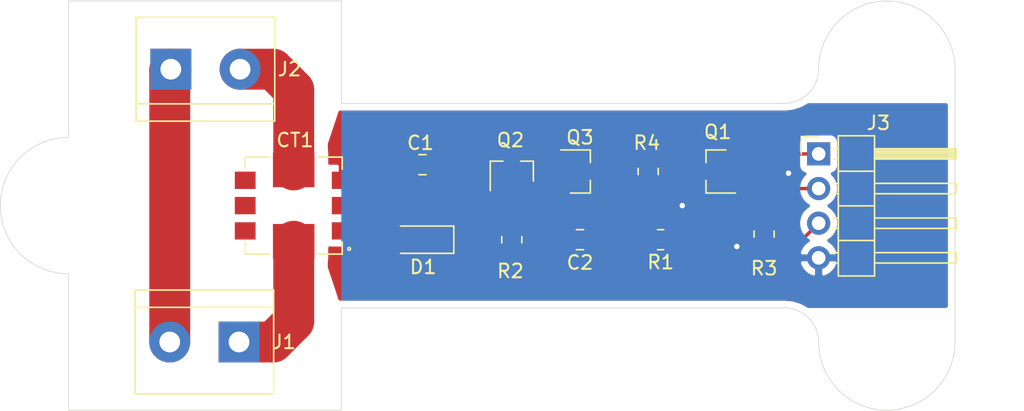
<source format=kicad_pcb>
(kicad_pcb (version 20171130) (host pcbnew 5.1.10-88a1d61d58~90~ubuntu21.04.1)

  (general
    (thickness 1.6)
    (drawings 16)
    (tracks 56)
    (zones 0)
    (modules 17)
    (nets 12)
  )

  (page A4)
  (layers
    (0 F.Cu signal)
    (31 B.Cu signal)
    (32 B.Adhes user)
    (33 F.Adhes user)
    (34 B.Paste user)
    (35 F.Paste user)
    (36 B.SilkS user)
    (37 F.SilkS user)
    (38 B.Mask user)
    (39 F.Mask user)
    (40 Dwgs.User user)
    (41 Cmts.User user)
    (42 Eco1.User user)
    (43 Eco2.User user)
    (44 Edge.Cuts user)
    (45 Margin user)
    (46 B.CrtYd user hide)
    (47 F.CrtYd user hide)
    (48 B.Fab user hide)
    (49 F.Fab user hide)
  )

  (setup
    (last_trace_width 0.25)
    (trace_clearance 0.2)
    (zone_clearance 0.508)
    (zone_45_only no)
    (trace_min 0.2)
    (via_size 0.8)
    (via_drill 0.4)
    (via_min_size 0.4)
    (via_min_drill 0.3)
    (uvia_size 0.3)
    (uvia_drill 0.1)
    (uvias_allowed no)
    (uvia_min_size 0.2)
    (uvia_min_drill 0.1)
    (edge_width 0.05)
    (segment_width 0.2)
    (pcb_text_width 0.3)
    (pcb_text_size 1.5 1.5)
    (mod_edge_width 0.12)
    (mod_text_size 1 1)
    (mod_text_width 0.15)
    (pad_size 1.524 1.524)
    (pad_drill 0.762)
    (pad_to_mask_clearance 0)
    (aux_axis_origin 0 0)
    (visible_elements FFFFFF7F)
    (pcbplotparams
      (layerselection 0x010fc_ffffffff)
      (usegerberextensions false)
      (usegerberattributes true)
      (usegerberadvancedattributes true)
      (creategerberjobfile true)
      (excludeedgelayer true)
      (linewidth 0.100000)
      (plotframeref false)
      (viasonmask false)
      (mode 1)
      (useauxorigin false)
      (hpglpennumber 1)
      (hpglpenspeed 20)
      (hpglpendiameter 15.000000)
      (psnegative false)
      (psa4output false)
      (plotreference true)
      (plotvalue true)
      (plotinvisibletext false)
      (padsonsilk false)
      (subtractmaskfromsilk false)
      (outputformat 1)
      (mirror false)
      (drillshape 0)
      (scaleselection 1)
      (outputdirectory "fab"))
  )

  (net 0 "")
  (net 1 "Net-(C1-Pad1)")
  (net 2 "Net-(CT1-Pad1)")
  (net 3 GND)
  (net 4 /A_Out)
  (net 5 /D_Out)
  (net 6 +5V)
  (net 7 "Net-(Q1-Pad1)")
  (net 8 "Net-(Q2-Pad1)")
  (net 9 /DCC_K_1)
  (net 10 /DCC_K_2)
  (net 11 /DCC_J)

  (net_class Default "This is the default net class."
    (clearance 0.2)
    (trace_width 0.25)
    (via_dia 0.8)
    (via_drill 0.4)
    (uvia_dia 0.3)
    (uvia_drill 0.1)
    (add_net +5V)
    (add_net /A_Out)
    (add_net /D_Out)
    (add_net GND)
    (add_net "Net-(C1-Pad1)")
    (add_net "Net-(CT1-Pad1)")
    (add_net "Net-(Q1-Pad1)")
    (add_net "Net-(Q2-Pad1)")
  )

  (net_class DCC ""
    (clearance 1)
    (trace_width 3)
    (via_dia 0.8)
    (via_drill 0.4)
    (uvia_dia 0.3)
    (uvia_drill 0.1)
    (add_net /DCC_J)
    (add_net /DCC_K_1)
    (add_net /DCC_K_2)
  )

  (module MountingHole:MountingHole_3.2mm_M3 (layer F.Cu) (tedit 56D1B4CB) (tstamp 60DBA5C3)
    (at 105 60)
    (descr "Mounting Hole 3.2mm, no annular, M3")
    (tags "mounting hole 3.2mm no annular m3")
    (path /60E27852)
    (attr virtual)
    (fp_text reference H3 (at 0 -4.2) (layer F.SilkS) hide
      (effects (font (size 1 1) (thickness 0.15)))
    )
    (fp_text value MountingHole (at 0 4.2) (layer F.Fab) hide
      (effects (font (size 1 1) (thickness 0.15)))
    )
    (fp_circle (center 0 0) (end 3.2 0) (layer Cmts.User) (width 0.15))
    (fp_circle (center 0 0) (end 3.45 0) (layer F.CrtYd) (width 0.05))
    (fp_text user %R (at 0.3 0) (layer F.Fab)
      (effects (font (size 1 1) (thickness 0.15)))
    )
    (pad 1 np_thru_hole circle (at 0 0) (size 3.2 3.2) (drill 3.2) (layers *.Cu *.Mask))
  )

  (module MountingHole:MountingHole_3.2mm_M3 (layer F.Cu) (tedit 56D1B4CB) (tstamp 60DBA5BB)
    (at 105 40)
    (descr "Mounting Hole 3.2mm, no annular, M3")
    (tags "mounting hole 3.2mm no annular m3")
    (path /60E276C9)
    (attr virtual)
    (fp_text reference H2 (at 0 -4.2) (layer F.SilkS) hide
      (effects (font (size 1 1) (thickness 0.15)))
    )
    (fp_text value MountingHole (at 0 4.2) (layer F.Fab) hide
      (effects (font (size 1 1) (thickness 0.15)))
    )
    (fp_circle (center 0 0) (end 3.2 0) (layer Cmts.User) (width 0.15))
    (fp_circle (center 0 0) (end 3.45 0) (layer F.CrtYd) (width 0.05))
    (fp_text user %R (at 0.3 0) (layer F.Fab)
      (effects (font (size 1 1) (thickness 0.15)))
    )
    (pad 1 np_thru_hole circle (at 0 0) (size 3.2 3.2) (drill 3.2) (layers *.Cu *.Mask))
  )

  (module MountingHole:MountingHole_3.2mm_M3 (layer F.Cu) (tedit 56D1B4CB) (tstamp 60DBA5B3)
    (at 45 50)
    (descr "Mounting Hole 3.2mm, no annular, M3")
    (tags "mounting hole 3.2mm no annular m3")
    (path /60E26E42)
    (attr virtual)
    (fp_text reference H1 (at 0 -4.2) (layer F.SilkS) hide
      (effects (font (size 1 1) (thickness 0.15)))
    )
    (fp_text value MountingHole (at 0 4.2 90) (layer F.Fab) hide
      (effects (font (size 1 1) (thickness 0.15)))
    )
    (fp_circle (center 0 0) (end 3.2 0) (layer Cmts.User) (width 0.15))
    (fp_circle (center 0 0) (end 3.45 0) (layer F.CrtYd) (width 0.05))
    (fp_text user %R (at 0.3 0) (layer F.Fab)
      (effects (font (size 1 1) (thickness 0.15)))
    )
    (pad 1 np_thru_hole circle (at 0 0) (size 3.2 3.2) (drill 3.2) (layers *.Cu *.Mask))
  )

  (module Resistor_SMD:R_0805_2012Metric (layer F.Cu) (tedit 5F68FEEE) (tstamp 60DB893C)
    (at 87.5 47.5 270)
    (descr "Resistor SMD 0805 (2012 Metric), square (rectangular) end terminal, IPC_7351 nominal, (Body size source: IPC-SM-782 page 72, https://www.pcb-3d.com/wordpress/wp-content/uploads/ipc-sm-782a_amendment_1_and_2.pdf), generated with kicad-footprint-generator")
    (tags resistor)
    (path /60DF0EA0)
    (attr smd)
    (fp_text reference R4 (at -2.1 0.1 180) (layer F.SilkS)
      (effects (font (size 1 1) (thickness 0.15)))
    )
    (fp_text value 10K (at -2.5 -0.1 180) (layer F.Fab)
      (effects (font (size 1 1) (thickness 0.15)))
    )
    (fp_line (start -1 0.625) (end -1 -0.625) (layer F.Fab) (width 0.1))
    (fp_line (start -1 -0.625) (end 1 -0.625) (layer F.Fab) (width 0.1))
    (fp_line (start 1 -0.625) (end 1 0.625) (layer F.Fab) (width 0.1))
    (fp_line (start 1 0.625) (end -1 0.625) (layer F.Fab) (width 0.1))
    (fp_line (start -0.227064 -0.735) (end 0.227064 -0.735) (layer F.SilkS) (width 0.12))
    (fp_line (start -0.227064 0.735) (end 0.227064 0.735) (layer F.SilkS) (width 0.12))
    (fp_line (start -1.68 0.95) (end -1.68 -0.95) (layer F.CrtYd) (width 0.05))
    (fp_line (start -1.68 -0.95) (end 1.68 -0.95) (layer F.CrtYd) (width 0.05))
    (fp_line (start 1.68 -0.95) (end 1.68 0.95) (layer F.CrtYd) (width 0.05))
    (fp_line (start 1.68 0.95) (end -1.68 0.95) (layer F.CrtYd) (width 0.05))
    (fp_text user %R (at 0 0 90) (layer F.Fab)
      (effects (font (size 0.5 0.5) (thickness 0.08)))
    )
    (pad 2 smd roundrect (at 0.9125 0 270) (size 1.025 1.4) (layers F.Cu F.Paste F.Mask) (roundrect_rratio 0.2439004878048781)
      (net 4 /A_Out))
    (pad 1 smd roundrect (at -0.9125 0 270) (size 1.025 1.4) (layers F.Cu F.Paste F.Mask) (roundrect_rratio 0.2439004878048781)
      (net 6 +5V))
    (model ${KISYS3DMOD}/Resistor_SMD.3dshapes/R_0805_2012Metric.wrl
      (at (xyz 0 0 0))
      (scale (xyz 1 1 1))
      (rotate (xyz 0 0 0))
    )
  )

  (module Resistor_SMD:R_0805_2012Metric (layer F.Cu) (tedit 5F68FEEE) (tstamp 60DB8606)
    (at 96 52.0875 270)
    (descr "Resistor SMD 0805 (2012 Metric), square (rectangular) end terminal, IPC_7351 nominal, (Body size source: IPC-SM-782 page 72, https://www.pcb-3d.com/wordpress/wp-content/uploads/ipc-sm-782a_amendment_1_and_2.pdf), generated with kicad-footprint-generator")
    (tags resistor)
    (path /60DD5560)
    (attr smd)
    (fp_text reference R3 (at 2.5125 0 180) (layer F.SilkS)
      (effects (font (size 1 1) (thickness 0.15)))
    )
    (fp_text value 10K (at 2.5125 0 180) (layer F.Fab)
      (effects (font (size 1 1) (thickness 0.15)))
    )
    (fp_line (start -1 0.625) (end -1 -0.625) (layer F.Fab) (width 0.1))
    (fp_line (start -1 -0.625) (end 1 -0.625) (layer F.Fab) (width 0.1))
    (fp_line (start 1 -0.625) (end 1 0.625) (layer F.Fab) (width 0.1))
    (fp_line (start 1 0.625) (end -1 0.625) (layer F.Fab) (width 0.1))
    (fp_line (start -0.227064 -0.735) (end 0.227064 -0.735) (layer F.SilkS) (width 0.12))
    (fp_line (start -0.227064 0.735) (end 0.227064 0.735) (layer F.SilkS) (width 0.12))
    (fp_line (start -1.68 0.95) (end -1.68 -0.95) (layer F.CrtYd) (width 0.05))
    (fp_line (start -1.68 -0.95) (end 1.68 -0.95) (layer F.CrtYd) (width 0.05))
    (fp_line (start 1.68 -0.95) (end 1.68 0.95) (layer F.CrtYd) (width 0.05))
    (fp_line (start 1.68 0.95) (end -1.68 0.95) (layer F.CrtYd) (width 0.05))
    (fp_text user %R (at 0 0 90) (layer F.Fab)
      (effects (font (size 0.5 0.5) (thickness 0.08)))
    )
    (pad 2 smd roundrect (at 0.9125 0 270) (size 1.025 1.4) (layers F.Cu F.Paste F.Mask) (roundrect_rratio 0.2439004878048781)
      (net 3 GND))
    (pad 1 smd roundrect (at -0.9125 0 270) (size 1.025 1.4) (layers F.Cu F.Paste F.Mask) (roundrect_rratio 0.2439004878048781)
      (net 5 /D_Out))
    (model ${KISYS3DMOD}/Resistor_SMD.3dshapes/R_0805_2012Metric.wrl
      (at (xyz 0 0 0))
      (scale (xyz 1 1 1))
      (rotate (xyz 0 0 0))
    )
  )

  (module Resistor_SMD:R_0805_2012Metric (layer F.Cu) (tedit 5F68FEEE) (tstamp 60DB8423)
    (at 77.5 52.5 270)
    (descr "Resistor SMD 0805 (2012 Metric), square (rectangular) end terminal, IPC_7351 nominal, (Body size source: IPC-SM-782 page 72, https://www.pcb-3d.com/wordpress/wp-content/uploads/ipc-sm-782a_amendment_1_and_2.pdf), generated with kicad-footprint-generator")
    (tags resistor)
    (path /60DC7465)
    (attr smd)
    (fp_text reference R2 (at 2.3 0.1 180) (layer F.SilkS)
      (effects (font (size 1 1) (thickness 0.15)))
    )
    (fp_text value 1K (at 2.3 0.1 180) (layer F.Fab)
      (effects (font (size 1 1) (thickness 0.15)))
    )
    (fp_line (start -1 0.625) (end -1 -0.625) (layer F.Fab) (width 0.1))
    (fp_line (start -1 -0.625) (end 1 -0.625) (layer F.Fab) (width 0.1))
    (fp_line (start 1 -0.625) (end 1 0.625) (layer F.Fab) (width 0.1))
    (fp_line (start 1 0.625) (end -1 0.625) (layer F.Fab) (width 0.1))
    (fp_line (start -0.227064 -0.735) (end 0.227064 -0.735) (layer F.SilkS) (width 0.12))
    (fp_line (start -0.227064 0.735) (end 0.227064 0.735) (layer F.SilkS) (width 0.12))
    (fp_line (start -1.68 0.95) (end -1.68 -0.95) (layer F.CrtYd) (width 0.05))
    (fp_line (start -1.68 -0.95) (end 1.68 -0.95) (layer F.CrtYd) (width 0.05))
    (fp_line (start 1.68 -0.95) (end 1.68 0.95) (layer F.CrtYd) (width 0.05))
    (fp_line (start 1.68 0.95) (end -1.68 0.95) (layer F.CrtYd) (width 0.05))
    (fp_text user %R (at 0 0 90) (layer F.Fab)
      (effects (font (size 0.5 0.5) (thickness 0.08)))
    )
    (pad 2 smd roundrect (at 0.9125 0 270) (size 1.025 1.4) (layers F.Cu F.Paste F.Mask) (roundrect_rratio 0.2439004878048781)
      (net 1 "Net-(C1-Pad1)"))
    (pad 1 smd roundrect (at -0.9125 0 270) (size 1.025 1.4) (layers F.Cu F.Paste F.Mask) (roundrect_rratio 0.2439004878048781)
      (net 8 "Net-(Q2-Pad1)"))
    (model ${KISYS3DMOD}/Resistor_SMD.3dshapes/R_0805_2012Metric.wrl
      (at (xyz 0 0 0))
      (scale (xyz 1 1 1))
      (rotate (xyz 0 0 0))
    )
  )

  (module Resistor_SMD:R_0805_2012Metric (layer F.Cu) (tedit 5F68FEEE) (tstamp 60DB8412)
    (at 88.4125 52.5 180)
    (descr "Resistor SMD 0805 (2012 Metric), square (rectangular) end terminal, IPC_7351 nominal, (Body size source: IPC-SM-782 page 72, https://www.pcb-3d.com/wordpress/wp-content/uploads/ipc-sm-782a_amendment_1_and_2.pdf), generated with kicad-footprint-generator")
    (tags resistor)
    (path /60DE8734)
    (attr smd)
    (fp_text reference R1 (at 0 -1.65) (layer F.SilkS)
      (effects (font (size 1 1) (thickness 0.15)))
    )
    (fp_text value 1K (at 0.0125 -1.7) (layer F.Fab)
      (effects (font (size 1 1) (thickness 0.15)))
    )
    (fp_line (start -1 0.625) (end -1 -0.625) (layer F.Fab) (width 0.1))
    (fp_line (start -1 -0.625) (end 1 -0.625) (layer F.Fab) (width 0.1))
    (fp_line (start 1 -0.625) (end 1 0.625) (layer F.Fab) (width 0.1))
    (fp_line (start 1 0.625) (end -1 0.625) (layer F.Fab) (width 0.1))
    (fp_line (start -0.227064 -0.735) (end 0.227064 -0.735) (layer F.SilkS) (width 0.12))
    (fp_line (start -0.227064 0.735) (end 0.227064 0.735) (layer F.SilkS) (width 0.12))
    (fp_line (start -1.68 0.95) (end -1.68 -0.95) (layer F.CrtYd) (width 0.05))
    (fp_line (start -1.68 -0.95) (end 1.68 -0.95) (layer F.CrtYd) (width 0.05))
    (fp_line (start 1.68 -0.95) (end 1.68 0.95) (layer F.CrtYd) (width 0.05))
    (fp_line (start 1.68 0.95) (end -1.68 0.95) (layer F.CrtYd) (width 0.05))
    (fp_text user %R (at 0 0) (layer F.Fab)
      (effects (font (size 0.5 0.5) (thickness 0.08)))
    )
    (pad 2 smd roundrect (at 0.9125 0 180) (size 1.025 1.4) (layers F.Cu F.Paste F.Mask) (roundrect_rratio 0.2439004878048781)
      (net 4 /A_Out))
    (pad 1 smd roundrect (at -0.9125 0 180) (size 1.025 1.4) (layers F.Cu F.Paste F.Mask) (roundrect_rratio 0.2439004878048781)
      (net 7 "Net-(Q1-Pad1)"))
    (model ${KISYS3DMOD}/Resistor_SMD.3dshapes/R_0805_2012Metric.wrl
      (at (xyz 0 0 0))
      (scale (xyz 1 1 1))
      (rotate (xyz 0 0 0))
    )
  )

  (module Package_TO_SOT_SMD:SOT-23 (layer F.Cu) (tedit 5A02FF57) (tstamp 60DB8401)
    (at 82.5 47.5)
    (descr "SOT-23, Standard")
    (tags SOT-23)
    (path /60DC9FB4)
    (attr smd)
    (fp_text reference Q3 (at 0 -2.5) (layer F.SilkS)
      (effects (font (size 1 1) (thickness 0.15)))
    )
    (fp_text value BC849 (at 0.1 -2.5) (layer F.Fab)
      (effects (font (size 1 1) (thickness 0.15)))
    )
    (fp_line (start -0.7 -0.95) (end -0.7 1.5) (layer F.Fab) (width 0.1))
    (fp_line (start -0.15 -1.52) (end 0.7 -1.52) (layer F.Fab) (width 0.1))
    (fp_line (start -0.7 -0.95) (end -0.15 -1.52) (layer F.Fab) (width 0.1))
    (fp_line (start 0.7 -1.52) (end 0.7 1.52) (layer F.Fab) (width 0.1))
    (fp_line (start -0.7 1.52) (end 0.7 1.52) (layer F.Fab) (width 0.1))
    (fp_line (start 0.76 1.58) (end 0.76 0.65) (layer F.SilkS) (width 0.12))
    (fp_line (start 0.76 -1.58) (end 0.76 -0.65) (layer F.SilkS) (width 0.12))
    (fp_line (start -1.7 -1.75) (end 1.7 -1.75) (layer F.CrtYd) (width 0.05))
    (fp_line (start 1.7 -1.75) (end 1.7 1.75) (layer F.CrtYd) (width 0.05))
    (fp_line (start 1.7 1.75) (end -1.7 1.75) (layer F.CrtYd) (width 0.05))
    (fp_line (start -1.7 1.75) (end -1.7 -1.75) (layer F.CrtYd) (width 0.05))
    (fp_line (start 0.76 -1.58) (end -1.4 -1.58) (layer F.SilkS) (width 0.12))
    (fp_line (start 0.76 1.58) (end -0.7 1.58) (layer F.SilkS) (width 0.12))
    (fp_text user %R (at 0 0 90) (layer F.Fab)
      (effects (font (size 0.5 0.5) (thickness 0.075)))
    )
    (pad 3 smd rect (at 1 0) (size 0.9 0.8) (layers F.Cu F.Paste F.Mask)
      (net 4 /A_Out))
    (pad 2 smd rect (at -1 0.95) (size 0.9 0.8) (layers F.Cu F.Paste F.Mask)
      (net 3 GND))
    (pad 1 smd rect (at -1 -0.95) (size 0.9 0.8) (layers F.Cu F.Paste F.Mask)
      (net 8 "Net-(Q2-Pad1)"))
    (model ${KISYS3DMOD}/Package_TO_SOT_SMD.3dshapes/SOT-23.wrl
      (at (xyz 0 0 0))
      (scale (xyz 1 1 1))
      (rotate (xyz 0 0 0))
    )
  )

  (module Package_TO_SOT_SMD:SOT-23 (layer F.Cu) (tedit 5A02FF57) (tstamp 60DB86F5)
    (at 77.5 47.5 90)
    (descr "SOT-23, Standard")
    (tags SOT-23)
    (path /60DC8C6A)
    (attr smd)
    (fp_text reference Q2 (at 2.3 -0.1 180) (layer F.SilkS)
      (effects (font (size 1 1) (thickness 0.15)))
    )
    (fp_text value BC849 (at 2.5 0.1 180) (layer F.Fab)
      (effects (font (size 1 1) (thickness 0.15)))
    )
    (fp_line (start -0.7 -0.95) (end -0.7 1.5) (layer F.Fab) (width 0.1))
    (fp_line (start -0.15 -1.52) (end 0.7 -1.52) (layer F.Fab) (width 0.1))
    (fp_line (start -0.7 -0.95) (end -0.15 -1.52) (layer F.Fab) (width 0.1))
    (fp_line (start 0.7 -1.52) (end 0.7 1.52) (layer F.Fab) (width 0.1))
    (fp_line (start -0.7 1.52) (end 0.7 1.52) (layer F.Fab) (width 0.1))
    (fp_line (start 0.76 1.58) (end 0.76 0.65) (layer F.SilkS) (width 0.12))
    (fp_line (start 0.76 -1.58) (end 0.76 -0.65) (layer F.SilkS) (width 0.12))
    (fp_line (start -1.7 -1.75) (end 1.7 -1.75) (layer F.CrtYd) (width 0.05))
    (fp_line (start 1.7 -1.75) (end 1.7 1.75) (layer F.CrtYd) (width 0.05))
    (fp_line (start 1.7 1.75) (end -1.7 1.75) (layer F.CrtYd) (width 0.05))
    (fp_line (start -1.7 1.75) (end -1.7 -1.75) (layer F.CrtYd) (width 0.05))
    (fp_line (start 0.76 -1.58) (end -1.4 -1.58) (layer F.SilkS) (width 0.12))
    (fp_line (start 0.76 1.58) (end -0.7 1.58) (layer F.SilkS) (width 0.12))
    (fp_text user %R (at 0 0) (layer F.Fab)
      (effects (font (size 0.5 0.5) (thickness 0.075)))
    )
    (pad 3 smd rect (at 1 0 90) (size 0.9 0.8) (layers F.Cu F.Paste F.Mask)
      (net 8 "Net-(Q2-Pad1)"))
    (pad 2 smd rect (at -1 0.95 90) (size 0.9 0.8) (layers F.Cu F.Paste F.Mask)
      (net 3 GND))
    (pad 1 smd rect (at -1 -0.95 90) (size 0.9 0.8) (layers F.Cu F.Paste F.Mask)
      (net 8 "Net-(Q2-Pad1)"))
    (model ${KISYS3DMOD}/Package_TO_SOT_SMD.3dshapes/SOT-23.wrl
      (at (xyz 0 0 0))
      (scale (xyz 1 1 1))
      (rotate (xyz 0 0 0))
    )
  )

  (module Package_TO_SOT_SMD:SOT-23 (layer F.Cu) (tedit 5A02FF57) (tstamp 60DB855C)
    (at 92.5 47.5 180)
    (descr "SOT-23, Standard")
    (tags SOT-23)
    (path /60DD8BD2)
    (attr smd)
    (fp_text reference Q1 (at -0.1 2.9) (layer F.SilkS)
      (effects (font (size 1 1) (thickness 0.15)))
    )
    (fp_text value BC807 (at 0 2.5) (layer F.Fab)
      (effects (font (size 1 1) (thickness 0.15)))
    )
    (fp_line (start -0.7 -0.95) (end -0.7 1.5) (layer F.Fab) (width 0.1))
    (fp_line (start -0.15 -1.52) (end 0.7 -1.52) (layer F.Fab) (width 0.1))
    (fp_line (start -0.7 -0.95) (end -0.15 -1.52) (layer F.Fab) (width 0.1))
    (fp_line (start 0.7 -1.52) (end 0.7 1.52) (layer F.Fab) (width 0.1))
    (fp_line (start -0.7 1.52) (end 0.7 1.52) (layer F.Fab) (width 0.1))
    (fp_line (start 0.76 1.58) (end 0.76 0.65) (layer F.SilkS) (width 0.12))
    (fp_line (start 0.76 -1.58) (end 0.76 -0.65) (layer F.SilkS) (width 0.12))
    (fp_line (start -1.7 -1.75) (end 1.7 -1.75) (layer F.CrtYd) (width 0.05))
    (fp_line (start 1.7 -1.75) (end 1.7 1.75) (layer F.CrtYd) (width 0.05))
    (fp_line (start 1.7 1.75) (end -1.7 1.75) (layer F.CrtYd) (width 0.05))
    (fp_line (start -1.7 1.75) (end -1.7 -1.75) (layer F.CrtYd) (width 0.05))
    (fp_line (start 0.76 -1.58) (end -1.4 -1.58) (layer F.SilkS) (width 0.12))
    (fp_line (start 0.76 1.58) (end -0.7 1.58) (layer F.SilkS) (width 0.12))
    (fp_text user %R (at 0 0 90) (layer F.Fab)
      (effects (font (size 0.5 0.5) (thickness 0.075)))
    )
    (pad 3 smd rect (at 1 0 180) (size 0.9 0.8) (layers F.Cu F.Paste F.Mask)
      (net 5 /D_Out))
    (pad 2 smd rect (at -1 0.95 180) (size 0.9 0.8) (layers F.Cu F.Paste F.Mask)
      (net 6 +5V))
    (pad 1 smd rect (at -1 -0.95 180) (size 0.9 0.8) (layers F.Cu F.Paste F.Mask)
      (net 7 "Net-(Q1-Pad1)"))
    (model ${KISYS3DMOD}/Package_TO_SOT_SMD.3dshapes/SOT-23.wrl
      (at (xyz 0 0 0))
      (scale (xyz 1 1 1))
      (rotate (xyz 0 0 0))
    )
  )

  (module Connector_PinHeader_2.54mm:PinHeader_1x04_P2.54mm_Horizontal (layer F.Cu) (tedit 59FED5CB) (tstamp 60DB83C2)
    (at 100 46.21)
    (descr "Through hole angled pin header, 1x04, 2.54mm pitch, 6mm pin length, single row")
    (tags "Through hole angled pin header THT 1x04 2.54mm single row")
    (path /60DF87A1)
    (fp_text reference J3 (at 4.385 -2.27) (layer F.SilkS)
      (effects (font (size 1 1) (thickness 0.15)))
    )
    (fp_text value Conn_01x04 (at 11.2 3.79 90) (layer F.Fab)
      (effects (font (size 1 1) (thickness 0.15)))
    )
    (fp_line (start 2.135 -1.27) (end 4.04 -1.27) (layer F.Fab) (width 0.1))
    (fp_line (start 4.04 -1.27) (end 4.04 8.89) (layer F.Fab) (width 0.1))
    (fp_line (start 4.04 8.89) (end 1.5 8.89) (layer F.Fab) (width 0.1))
    (fp_line (start 1.5 8.89) (end 1.5 -0.635) (layer F.Fab) (width 0.1))
    (fp_line (start 1.5 -0.635) (end 2.135 -1.27) (layer F.Fab) (width 0.1))
    (fp_line (start -0.32 -0.32) (end 1.5 -0.32) (layer F.Fab) (width 0.1))
    (fp_line (start -0.32 -0.32) (end -0.32 0.32) (layer F.Fab) (width 0.1))
    (fp_line (start -0.32 0.32) (end 1.5 0.32) (layer F.Fab) (width 0.1))
    (fp_line (start 4.04 -0.32) (end 10.04 -0.32) (layer F.Fab) (width 0.1))
    (fp_line (start 10.04 -0.32) (end 10.04 0.32) (layer F.Fab) (width 0.1))
    (fp_line (start 4.04 0.32) (end 10.04 0.32) (layer F.Fab) (width 0.1))
    (fp_line (start -0.32 2.22) (end 1.5 2.22) (layer F.Fab) (width 0.1))
    (fp_line (start -0.32 2.22) (end -0.32 2.86) (layer F.Fab) (width 0.1))
    (fp_line (start -0.32 2.86) (end 1.5 2.86) (layer F.Fab) (width 0.1))
    (fp_line (start 4.04 2.22) (end 10.04 2.22) (layer F.Fab) (width 0.1))
    (fp_line (start 10.04 2.22) (end 10.04 2.86) (layer F.Fab) (width 0.1))
    (fp_line (start 4.04 2.86) (end 10.04 2.86) (layer F.Fab) (width 0.1))
    (fp_line (start -0.32 4.76) (end 1.5 4.76) (layer F.Fab) (width 0.1))
    (fp_line (start -0.32 4.76) (end -0.32 5.4) (layer F.Fab) (width 0.1))
    (fp_line (start -0.32 5.4) (end 1.5 5.4) (layer F.Fab) (width 0.1))
    (fp_line (start 4.04 4.76) (end 10.04 4.76) (layer F.Fab) (width 0.1))
    (fp_line (start 10.04 4.76) (end 10.04 5.4) (layer F.Fab) (width 0.1))
    (fp_line (start 4.04 5.4) (end 10.04 5.4) (layer F.Fab) (width 0.1))
    (fp_line (start -0.32 7.3) (end 1.5 7.3) (layer F.Fab) (width 0.1))
    (fp_line (start -0.32 7.3) (end -0.32 7.94) (layer F.Fab) (width 0.1))
    (fp_line (start -0.32 7.94) (end 1.5 7.94) (layer F.Fab) (width 0.1))
    (fp_line (start 4.04 7.3) (end 10.04 7.3) (layer F.Fab) (width 0.1))
    (fp_line (start 10.04 7.3) (end 10.04 7.94) (layer F.Fab) (width 0.1))
    (fp_line (start 4.04 7.94) (end 10.04 7.94) (layer F.Fab) (width 0.1))
    (fp_line (start 1.44 -1.33) (end 1.44 8.95) (layer F.SilkS) (width 0.12))
    (fp_line (start 1.44 8.95) (end 4.1 8.95) (layer F.SilkS) (width 0.12))
    (fp_line (start 4.1 8.95) (end 4.1 -1.33) (layer F.SilkS) (width 0.12))
    (fp_line (start 4.1 -1.33) (end 1.44 -1.33) (layer F.SilkS) (width 0.12))
    (fp_line (start 4.1 -0.38) (end 10.1 -0.38) (layer F.SilkS) (width 0.12))
    (fp_line (start 10.1 -0.38) (end 10.1 0.38) (layer F.SilkS) (width 0.12))
    (fp_line (start 10.1 0.38) (end 4.1 0.38) (layer F.SilkS) (width 0.12))
    (fp_line (start 4.1 -0.32) (end 10.1 -0.32) (layer F.SilkS) (width 0.12))
    (fp_line (start 4.1 -0.2) (end 10.1 -0.2) (layer F.SilkS) (width 0.12))
    (fp_line (start 4.1 -0.08) (end 10.1 -0.08) (layer F.SilkS) (width 0.12))
    (fp_line (start 4.1 0.04) (end 10.1 0.04) (layer F.SilkS) (width 0.12))
    (fp_line (start 4.1 0.16) (end 10.1 0.16) (layer F.SilkS) (width 0.12))
    (fp_line (start 4.1 0.28) (end 10.1 0.28) (layer F.SilkS) (width 0.12))
    (fp_line (start 1.11 -0.38) (end 1.44 -0.38) (layer F.SilkS) (width 0.12))
    (fp_line (start 1.11 0.38) (end 1.44 0.38) (layer F.SilkS) (width 0.12))
    (fp_line (start 1.44 1.27) (end 4.1 1.27) (layer F.SilkS) (width 0.12))
    (fp_line (start 4.1 2.16) (end 10.1 2.16) (layer F.SilkS) (width 0.12))
    (fp_line (start 10.1 2.16) (end 10.1 2.92) (layer F.SilkS) (width 0.12))
    (fp_line (start 10.1 2.92) (end 4.1 2.92) (layer F.SilkS) (width 0.12))
    (fp_line (start 1.042929 2.16) (end 1.44 2.16) (layer F.SilkS) (width 0.12))
    (fp_line (start 1.042929 2.92) (end 1.44 2.92) (layer F.SilkS) (width 0.12))
    (fp_line (start 1.44 3.81) (end 4.1 3.81) (layer F.SilkS) (width 0.12))
    (fp_line (start 4.1 4.7) (end 10.1 4.7) (layer F.SilkS) (width 0.12))
    (fp_line (start 10.1 4.7) (end 10.1 5.46) (layer F.SilkS) (width 0.12))
    (fp_line (start 10.1 5.46) (end 4.1 5.46) (layer F.SilkS) (width 0.12))
    (fp_line (start 1.042929 4.7) (end 1.44 4.7) (layer F.SilkS) (width 0.12))
    (fp_line (start 1.042929 5.46) (end 1.44 5.46) (layer F.SilkS) (width 0.12))
    (fp_line (start 1.44 6.35) (end 4.1 6.35) (layer F.SilkS) (width 0.12))
    (fp_line (start 4.1 7.24) (end 10.1 7.24) (layer F.SilkS) (width 0.12))
    (fp_line (start 10.1 7.24) (end 10.1 8) (layer F.SilkS) (width 0.12))
    (fp_line (start 10.1 8) (end 4.1 8) (layer F.SilkS) (width 0.12))
    (fp_line (start 1.042929 7.24) (end 1.44 7.24) (layer F.SilkS) (width 0.12))
    (fp_line (start 1.042929 8) (end 1.44 8) (layer F.SilkS) (width 0.12))
    (fp_line (start -1.27 0) (end -1.27 -1.27) (layer F.SilkS) (width 0.12))
    (fp_line (start -1.27 -1.27) (end 0 -1.27) (layer F.SilkS) (width 0.12))
    (fp_line (start -1.8 -1.8) (end -1.8 9.4) (layer F.CrtYd) (width 0.05))
    (fp_line (start -1.8 9.4) (end 10.55 9.4) (layer F.CrtYd) (width 0.05))
    (fp_line (start 10.55 9.4) (end 10.55 -1.8) (layer F.CrtYd) (width 0.05))
    (fp_line (start 10.55 -1.8) (end -1.8 -1.8) (layer F.CrtYd) (width 0.05))
    (fp_text user %R (at 2.77 3.81 90) (layer F.Fab)
      (effects (font (size 1 1) (thickness 0.15)))
    )
    (pad 4 thru_hole oval (at 0 7.62) (size 1.7 1.7) (drill 1) (layers *.Cu *.Mask)
      (net 3 GND))
    (pad 3 thru_hole oval (at 0 5.08) (size 1.7 1.7) (drill 1) (layers *.Cu *.Mask)
      (net 4 /A_Out))
    (pad 2 thru_hole oval (at 0 2.54) (size 1.7 1.7) (drill 1) (layers *.Cu *.Mask)
      (net 5 /D_Out))
    (pad 1 thru_hole rect (at 0 0) (size 1.7 1.7) (drill 1) (layers *.Cu *.Mask)
      (net 6 +5V))
    (model ${KISYS3DMOD}/Connector_PinHeader_2.54mm.3dshapes/PinHeader_1x04_P2.54mm_Horizontal.wrl
      (at (xyz 0 0 0))
      (scale (xyz 1 1 1))
      (rotate (xyz 0 0 0))
    )
  )

  (module Capacitor_SMD:C_0805_2012Metric (layer F.Cu) (tedit 5F68FEEE) (tstamp 60DB82CD)
    (at 82.5 52.5 180)
    (descr "Capacitor SMD 0805 (2012 Metric), square (rectangular) end terminal, IPC_7351 nominal, (Body size source: IPC-SM-782 page 76, https://www.pcb-3d.com/wordpress/wp-content/uploads/ipc-sm-782a_amendment_1_and_2.pdf, https://docs.google.com/spreadsheets/d/1BsfQQcO9C6DZCsRaXUlFlo91Tg2WpOkGARC1WS5S8t0/edit?usp=sharing), generated with kicad-footprint-generator")
    (tags capacitor)
    (path /60DD9C03)
    (attr smd)
    (fp_text reference C2 (at 0 -1.68) (layer F.SilkS)
      (effects (font (size 1 1) (thickness 0.15)))
    )
    (fp_text value 0.1u (at -0.1 -1.7) (layer F.Fab)
      (effects (font (size 1 1) (thickness 0.15)))
    )
    (fp_line (start -1 0.625) (end -1 -0.625) (layer F.Fab) (width 0.1))
    (fp_line (start -1 -0.625) (end 1 -0.625) (layer F.Fab) (width 0.1))
    (fp_line (start 1 -0.625) (end 1 0.625) (layer F.Fab) (width 0.1))
    (fp_line (start 1 0.625) (end -1 0.625) (layer F.Fab) (width 0.1))
    (fp_line (start -0.261252 -0.735) (end 0.261252 -0.735) (layer F.SilkS) (width 0.12))
    (fp_line (start -0.261252 0.735) (end 0.261252 0.735) (layer F.SilkS) (width 0.12))
    (fp_line (start -1.7 0.98) (end -1.7 -0.98) (layer F.CrtYd) (width 0.05))
    (fp_line (start -1.7 -0.98) (end 1.7 -0.98) (layer F.CrtYd) (width 0.05))
    (fp_line (start 1.7 -0.98) (end 1.7 0.98) (layer F.CrtYd) (width 0.05))
    (fp_line (start 1.7 0.98) (end -1.7 0.98) (layer F.CrtYd) (width 0.05))
    (fp_text user %R (at 0 0) (layer F.Fab)
      (effects (font (size 0.5 0.5) (thickness 0.08)))
    )
    (pad 2 smd roundrect (at 0.95 0 180) (size 1 1.45) (layers F.Cu F.Paste F.Mask) (roundrect_rratio 0.25)
      (net 3 GND))
    (pad 1 smd roundrect (at -0.95 0 180) (size 1 1.45) (layers F.Cu F.Paste F.Mask) (roundrect_rratio 0.25)
      (net 4 /A_Out))
    (model ${KISYS3DMOD}/Capacitor_SMD.3dshapes/C_0805_2012Metric.wrl
      (at (xyz 0 0 0))
      (scale (xyz 1 1 1))
      (rotate (xyz 0 0 0))
    )
  )

  (module TerminalBlock:TerminalBlock_bornier-2_P5.08mm (layer F.Cu) (tedit 59FF03AB) (tstamp 60DB8C3E)
    (at 52.5 40)
    (descr "simple 2-pin terminal block, pitch 5.08mm, revamped version of bornier2")
    (tags "terminal block bornier2")
    (path /60DBC723)
    (fp_text reference J2 (at 8.7 0) (layer F.SilkS)
      (effects (font (size 1 1) (thickness 0.15)))
    )
    (fp_text value Conn_01x02 (at 2.3 -4.6) (layer F.Fab)
      (effects (font (size 1 1) (thickness 0.15)))
    )
    (fp_line (start -2.41 2.55) (end 7.49 2.55) (layer F.Fab) (width 0.1))
    (fp_line (start -2.46 -3.75) (end -2.46 3.75) (layer F.Fab) (width 0.1))
    (fp_line (start -2.46 3.75) (end 7.54 3.75) (layer F.Fab) (width 0.1))
    (fp_line (start 7.54 3.75) (end 7.54 -3.75) (layer F.Fab) (width 0.1))
    (fp_line (start 7.54 -3.75) (end -2.46 -3.75) (layer F.Fab) (width 0.1))
    (fp_line (start 7.62 2.54) (end -2.54 2.54) (layer F.SilkS) (width 0.12))
    (fp_line (start 7.62 3.81) (end 7.62 -3.81) (layer F.SilkS) (width 0.12))
    (fp_line (start 7.62 -3.81) (end -2.54 -3.81) (layer F.SilkS) (width 0.12))
    (fp_line (start -2.54 -3.81) (end -2.54 3.81) (layer F.SilkS) (width 0.12))
    (fp_line (start -2.54 3.81) (end 7.62 3.81) (layer F.SilkS) (width 0.12))
    (fp_line (start -2.71 -4) (end 7.79 -4) (layer F.CrtYd) (width 0.05))
    (fp_line (start -2.71 -4) (end -2.71 4) (layer F.CrtYd) (width 0.05))
    (fp_line (start 7.79 4) (end 7.79 -4) (layer F.CrtYd) (width 0.05))
    (fp_line (start 7.79 4) (end -2.71 4) (layer F.CrtYd) (width 0.05))
    (fp_text user %R (at 2.54 0) (layer F.Fab)
      (effects (font (size 1 1) (thickness 0.15)))
    )
    (pad 2 thru_hole circle (at 5.08 0) (size 3 3) (drill 1.52) (layers *.Cu *.Mask)
      (net 10 /DCC_K_2))
    (pad 1 thru_hole rect (at 0 0) (size 3 3) (drill 1.52) (layers *.Cu *.Mask)
      (net 11 /DCC_J))
    (model ${KISYS3DMOD}/TerminalBlock.3dshapes/TerminalBlock_bornier-2_P5.08mm.wrl
      (offset (xyz 2.539999961853027 0 0))
      (scale (xyz 1 1 1))
      (rotate (xyz 0 0 0))
    )
  )

  (module TerminalBlock:TerminalBlock_bornier-2_P5.08mm (layer F.Cu) (tedit 59FF03AB) (tstamp 60DB79A6)
    (at 57.5 60 180)
    (descr "simple 2-pin terminal block, pitch 5.08mm, revamped version of bornier2")
    (tags "terminal block bornier2")
    (path /60DBB404)
    (fp_text reference J1 (at -3.3 0) (layer F.SilkS)
      (effects (font (size 1 1) (thickness 0.15)))
    )
    (fp_text value Conn_01x02 (at 2.54 -5) (layer F.Fab)
      (effects (font (size 1 1) (thickness 0.15)))
    )
    (fp_line (start -2.41 2.55) (end 7.49 2.55) (layer F.Fab) (width 0.1))
    (fp_line (start -2.46 -3.75) (end -2.46 3.75) (layer F.Fab) (width 0.1))
    (fp_line (start -2.46 3.75) (end 7.54 3.75) (layer F.Fab) (width 0.1))
    (fp_line (start 7.54 3.75) (end 7.54 -3.75) (layer F.Fab) (width 0.1))
    (fp_line (start 7.54 -3.75) (end -2.46 -3.75) (layer F.Fab) (width 0.1))
    (fp_line (start 7.62 2.54) (end -2.54 2.54) (layer F.SilkS) (width 0.12))
    (fp_line (start 7.62 3.81) (end 7.62 -3.81) (layer F.SilkS) (width 0.12))
    (fp_line (start 7.62 -3.81) (end -2.54 -3.81) (layer F.SilkS) (width 0.12))
    (fp_line (start -2.54 -3.81) (end -2.54 3.81) (layer F.SilkS) (width 0.12))
    (fp_line (start -2.54 3.81) (end 7.62 3.81) (layer F.SilkS) (width 0.12))
    (fp_line (start -2.71 -4) (end 7.79 -4) (layer F.CrtYd) (width 0.05))
    (fp_line (start -2.71 -4) (end -2.71 4) (layer F.CrtYd) (width 0.05))
    (fp_line (start 7.79 4) (end 7.79 -4) (layer F.CrtYd) (width 0.05))
    (fp_line (start 7.79 4) (end -2.71 4) (layer F.CrtYd) (width 0.05))
    (fp_text user %R (at 2.54 0) (layer F.Fab)
      (effects (font (size 1 1) (thickness 0.15)))
    )
    (pad 2 thru_hole circle (at 5.08 0 180) (size 3 3) (drill 1.52) (layers *.Cu *.Mask)
      (net 11 /DCC_J))
    (pad 1 thru_hole rect (at 0 0 180) (size 3 3) (drill 1.52) (layers *.Cu *.Mask)
      (net 9 /DCC_K_1))
    (model ${KISYS3DMOD}/TerminalBlock.3dshapes/TerminalBlock_bornier-2_P5.08mm.wrl
      (offset (xyz 2.539999961853027 0 0))
      (scale (xyz 1 1 1))
      (rotate (xyz 0 0 0))
    )
  )

  (module Diode_SMD:D_SOD-123 (layer F.Cu) (tedit 58645DC7) (tstamp 60DB7991)
    (at 71 52.5 180)
    (descr SOD-123)
    (tags SOD-123)
    (path /60DBDC3F)
    (attr smd)
    (fp_text reference D1 (at 0 -2) (layer F.SilkS)
      (effects (font (size 1 1) (thickness 0.15)))
    )
    (fp_text value 1N4148W (at -0.4 -3.5) (layer F.Fab)
      (effects (font (size 1 1) (thickness 0.15)))
    )
    (fp_line (start -2.25 -1) (end -2.25 1) (layer F.SilkS) (width 0.12))
    (fp_line (start 0.25 0) (end 0.75 0) (layer F.Fab) (width 0.1))
    (fp_line (start 0.25 0.4) (end -0.35 0) (layer F.Fab) (width 0.1))
    (fp_line (start 0.25 -0.4) (end 0.25 0.4) (layer F.Fab) (width 0.1))
    (fp_line (start -0.35 0) (end 0.25 -0.4) (layer F.Fab) (width 0.1))
    (fp_line (start -0.35 0) (end -0.35 0.55) (layer F.Fab) (width 0.1))
    (fp_line (start -0.35 0) (end -0.35 -0.55) (layer F.Fab) (width 0.1))
    (fp_line (start -0.75 0) (end -0.35 0) (layer F.Fab) (width 0.1))
    (fp_line (start -1.4 0.9) (end -1.4 -0.9) (layer F.Fab) (width 0.1))
    (fp_line (start 1.4 0.9) (end -1.4 0.9) (layer F.Fab) (width 0.1))
    (fp_line (start 1.4 -0.9) (end 1.4 0.9) (layer F.Fab) (width 0.1))
    (fp_line (start -1.4 -0.9) (end 1.4 -0.9) (layer F.Fab) (width 0.1))
    (fp_line (start -2.35 -1.15) (end 2.35 -1.15) (layer F.CrtYd) (width 0.05))
    (fp_line (start 2.35 -1.15) (end 2.35 1.15) (layer F.CrtYd) (width 0.05))
    (fp_line (start 2.35 1.15) (end -2.35 1.15) (layer F.CrtYd) (width 0.05))
    (fp_line (start -2.35 -1.15) (end -2.35 1.15) (layer F.CrtYd) (width 0.05))
    (fp_line (start -2.25 1) (end 1.65 1) (layer F.SilkS) (width 0.12))
    (fp_line (start -2.25 -1) (end 1.65 -1) (layer F.SilkS) (width 0.12))
    (fp_text user %R (at 0 -2) (layer F.Fab)
      (effects (font (size 1 1) (thickness 0.15)))
    )
    (pad 2 smd rect (at 1.65 0 180) (size 0.9 1.2) (layers F.Cu F.Paste F.Mask)
      (net 2 "Net-(CT1-Pad1)"))
    (pad 1 smd rect (at -1.65 0 180) (size 0.9 1.2) (layers F.Cu F.Paste F.Mask)
      (net 1 "Net-(C1-Pad1)"))
    (model ${KISYS3DMOD}/Diode_SMD.3dshapes/D_SOD-123.wrl
      (at (xyz 0 0 0))
      (scale (xyz 1 1 1))
      (rotate (xyz 0 0 0))
    )
  )

  (module Detector_SMD_AD:Murata53000 (layer F.Cu) (tedit 60DB0A2F) (tstamp 60DB7978)
    (at 61.511199 50 90)
    (path /60DB9995)
    (fp_text reference CT1 (at 4.8 0.088801 180) (layer F.SilkS)
      (effects (font (size 1 1) (thickness 0.15)))
    )
    (fp_text value Murata5300 (at -4.8 0.088801 180) (layer F.Fab)
      (effects (font (size 1 1) (thickness 0.15)))
    )
    (fp_line (start -2.667 3.556) (end -3.556 3.556) (layer F.SilkS) (width 0.12))
    (fp_line (start -3.556 3.556) (end -3.556 1.778) (layer F.SilkS) (width 0.12))
    (fp_line (start -3.556 -1.778) (end -3.556 -3.556) (layer F.SilkS) (width 0.12))
    (fp_line (start -3.556 -3.556) (end -2.667 -3.556) (layer F.SilkS) (width 0.12))
    (fp_line (start 2.667 -3.556) (end 3.556 -3.556) (layer F.SilkS) (width 0.12))
    (fp_line (start 3.556 -3.556) (end 3.556 -1.778) (layer F.SilkS) (width 0.12))
    (fp_line (start 3.556 1.778) (end 3.556 3.556) (layer F.SilkS) (width 0.12))
    (fp_line (start 3.556 3.556) (end 2.667 3.556) (layer F.SilkS) (width 0.12))
    (fp_circle (center -3.175 4.064) (end -3.0734 4.064) (layer F.SilkS) (width 0.12))
    (pad 8 smd rect (at -2.6162 0 90) (size 2.54 3.048) (layers F.Cu F.Paste F.Mask)
      (net 9 /DCC_K_1))
    (pad 7 smd rect (at 2.6162 0 90) (size 2.54 3.048) (layers F.Cu F.Paste F.Mask)
      (net 10 /DCC_K_2))
    (pad 6 smd rect (at -1.8542 -3.556 90) (size 1.27 1.524) (layers F.Cu F.Paste F.Mask))
    (pad 5 smd rect (at 0 -3.556 90) (size 1.27 1.524) (layers F.Cu F.Paste F.Mask))
    (pad 4 smd rect (at 1.8542 -3.556 90) (size 1.27 1.524) (layers F.Cu F.Paste F.Mask))
    (pad 3 smd rect (at 1.8542 3.556 90) (size 1.27 1.524) (layers F.Cu F.Paste F.Mask)
      (net 3 GND))
    (pad 2 smd rect (at 0 3.556 90) (size 1.27 1.524) (layers F.Cu F.Paste F.Mask))
    (pad 1 smd rect (at -1.8542 3.556 90) (size 1.27 1.524) (layers F.Cu F.Paste F.Mask)
      (net 2 "Net-(CT1-Pad1)"))
  )

  (module Capacitor_SMD:C_0805_2012Metric (layer F.Cu) (tedit 5F68FEEE) (tstamp 60DB8D57)
    (at 70.95 47 180)
    (descr "Capacitor SMD 0805 (2012 Metric), square (rectangular) end terminal, IPC_7351 nominal, (Body size source: IPC-SM-782 page 76, https://www.pcb-3d.com/wordpress/wp-content/uploads/ipc-sm-782a_amendment_1_and_2.pdf, https://docs.google.com/spreadsheets/d/1BsfQQcO9C6DZCsRaXUlFlo91Tg2WpOkGARC1WS5S8t0/edit?usp=sharing), generated with kicad-footprint-generator")
    (tags capacitor)
    (path /60DBE407)
    (attr smd)
    (fp_text reference C1 (at 0.15 1.6) (layer F.SilkS)
      (effects (font (size 1 1) (thickness 0.15)))
    )
    (fp_text value 0.1u (at 0 1.68) (layer F.Fab)
      (effects (font (size 1 1) (thickness 0.15)))
    )
    (fp_line (start -1 0.625) (end -1 -0.625) (layer F.Fab) (width 0.1))
    (fp_line (start -1 -0.625) (end 1 -0.625) (layer F.Fab) (width 0.1))
    (fp_line (start 1 -0.625) (end 1 0.625) (layer F.Fab) (width 0.1))
    (fp_line (start 1 0.625) (end -1 0.625) (layer F.Fab) (width 0.1))
    (fp_line (start -0.261252 -0.735) (end 0.261252 -0.735) (layer F.SilkS) (width 0.12))
    (fp_line (start -0.261252 0.735) (end 0.261252 0.735) (layer F.SilkS) (width 0.12))
    (fp_line (start -1.7 0.98) (end -1.7 -0.98) (layer F.CrtYd) (width 0.05))
    (fp_line (start -1.7 -0.98) (end 1.7 -0.98) (layer F.CrtYd) (width 0.05))
    (fp_line (start 1.7 -0.98) (end 1.7 0.98) (layer F.CrtYd) (width 0.05))
    (fp_line (start 1.7 0.98) (end -1.7 0.98) (layer F.CrtYd) (width 0.05))
    (fp_text user %R (at 0 0) (layer F.Fab)
      (effects (font (size 0.5 0.5) (thickness 0.08)))
    )
    (pad 2 smd roundrect (at 0.95 0 180) (size 1 1.45) (layers F.Cu F.Paste F.Mask) (roundrect_rratio 0.25)
      (net 3 GND))
    (pad 1 smd roundrect (at -0.95 0 180) (size 1 1.45) (layers F.Cu F.Paste F.Mask) (roundrect_rratio 0.25)
      (net 1 "Net-(C1-Pad1)"))
    (model ${KISYS3DMOD}/Capacitor_SMD.3dshapes/C_0805_2012Metric.wrl
      (at (xyz 0 0 0))
      (scale (xyz 1 1 1))
      (rotate (xyz 0 0 0))
    )
  )

  (gr_arc (start 97.5 40) (end 97.5 42.5) (angle -90) (layer Edge.Cuts) (width 0.05))
  (gr_arc (start 97.5 60) (end 100 60) (angle -90) (layer Edge.Cuts) (width 0.05))
  (gr_arc (start 105 60) (end 100 60) (angle -180) (layer Edge.Cuts) (width 0.05))
  (gr_arc (start 105 40) (end 110 40) (angle -180) (layer Edge.Cuts) (width 0.05))
  (gr_arc (start 45 50) (end 45 45) (angle -180) (layer Edge.Cuts) (width 0.05))
  (gr_line (start 45 45) (end 45 35) (layer Edge.Cuts) (width 0.05) (tstamp 60DBA861))
  (gr_line (start 55 35) (end 55 65) (layer Cmts.User) (width 0.15))
  (gr_line (start 115 50) (end 45 50) (layer Cmts.User) (width 0.15) (tstamp 60DB8E55))
  (gr_line (start 65 35) (end 45 35) (layer Edge.Cuts) (width 0.05) (tstamp 60DB8AA4))
  (gr_line (start 65 42.5) (end 65 35) (layer Edge.Cuts) (width 0.05))
  (gr_line (start 97.5 42.5) (end 65 42.5) (layer Edge.Cuts) (width 0.05))
  (gr_line (start 110 60) (end 110 40) (layer Edge.Cuts) (width 0.05))
  (gr_line (start 65 57.5) (end 97.5 57.5) (layer Edge.Cuts) (width 0.05))
  (gr_line (start 65 65) (end 65 57.5) (layer Edge.Cuts) (width 0.05))
  (gr_line (start 45 65) (end 65 65) (layer Edge.Cuts) (width 0.05))
  (gr_line (start 45 55) (end 45 65) (layer Edge.Cuts) (width 0.05))

  (segment (start 71.9 47) (end 71.9 49.4) (width 0.25) (layer F.Cu) (net 1))
  (segment (start 72.65 50.15) (end 72.65 52.5) (width 0.25) (layer F.Cu) (net 1))
  (segment (start 71.9 49.4) (end 72.65 50.15) (width 0.25) (layer F.Cu) (net 1))
  (segment (start 75.9125 53.4125) (end 77.5 53.4125) (width 0.25) (layer F.Cu) (net 1))
  (segment (start 75 52.5) (end 75.9125 53.4125) (width 0.25) (layer F.Cu) (net 1))
  (segment (start 72.65 52.5) (end 75 52.5) (width 0.25) (layer F.Cu) (net 1))
  (segment (start 65.067199 51.8542) (end 66.8542 51.8542) (width 0.25) (layer F.Cu) (net 2))
  (segment (start 67.5 52.5) (end 69.35 52.5) (width 0.25) (layer F.Cu) (net 2))
  (segment (start 66.8542 51.8542) (end 67.5 52.5) (width 0.25) (layer F.Cu) (net 2))
  (via (at 94 53) (size 0.8) (drill 0.4) (layers F.Cu B.Cu) (net 3))
  (via (at 90 50) (size 0.8) (drill 0.4) (layers F.Cu B.Cu) (net 3))
  (via (at 97.79 47.625) (size 0.8) (drill 0.4) (layers F.Cu B.Cu) (net 3))
  (segment (start 83.5 47.5) (end 84.75 47.5) (width 0.25) (layer F.Cu) (net 4))
  (segment (start 85.6625 48.4125) (end 87.5 48.4125) (width 0.25) (layer F.Cu) (net 4))
  (segment (start 84.75 47.5) (end 85.6625 48.4125) (width 0.25) (layer F.Cu) (net 4))
  (segment (start 87.5 48.4125) (end 87.5 52.5) (width 0.25) (layer F.Cu) (net 4))
  (segment (start 87.5 52.5) (end 83.45 52.5) (width 0.25) (layer F.Cu) (net 4))
  (segment (start 87.5 54.25) (end 87.5 52.5) (width 0.25) (layer F.Cu) (net 4))
  (segment (start 88 54.75) (end 87.5 54.25) (width 0.25) (layer F.Cu) (net 4))
  (segment (start 98.5 53) (end 96.75 54.75) (width 0.25) (layer F.Cu) (net 4))
  (segment (start 98.5 52.79) (end 98.5 53) (width 0.25) (layer F.Cu) (net 4))
  (segment (start 96.75 54.75) (end 88 54.75) (width 0.25) (layer F.Cu) (net 4))
  (segment (start 100 51.29) (end 98.5 52.79) (width 0.25) (layer F.Cu) (net 4))
  (segment (start 100 51.205) (end 100 51.29) (width 0.25) (layer F.Cu) (net 4))
  (segment (start 91.5 47.5) (end 95.25 47.5) (width 0.25) (layer F.Cu) (net 5))
  (segment (start 95.25 47.5) (end 96 48.25) (width 0.25) (layer F.Cu) (net 5))
  (segment (start 96 49.25) (end 96 51.175) (width 0.25) (layer F.Cu) (net 5))
  (segment (start 96 48.25) (end 96 49.25) (width 0.25) (layer F.Cu) (net 5))
  (segment (start 96.5 48.75) (end 96 49.25) (width 0.25) (layer F.Cu) (net 5))
  (segment (start 99.915 48.75) (end 96.5 48.75) (width 0.25) (layer F.Cu) (net 5))
  (segment (start 100 48.665) (end 99.915 48.75) (width 0.25) (layer F.Cu) (net 5))
  (segment (start 93.4625 46.5875) (end 93.5 46.55) (width 0.25) (layer F.Cu) (net 6))
  (segment (start 87.5 46.5875) (end 93.4625 46.5875) (width 0.25) (layer F.Cu) (net 6))
  (segment (start 99.915 46.21) (end 100 46.125) (width 0.25) (layer F.Cu) (net 6))
  (segment (start 97.04 46.21) (end 99.915 46.21) (width 0.25) (layer F.Cu) (net 6))
  (segment (start 96.7 46.55) (end 97.04 46.21) (width 0.25) (layer F.Cu) (net 6))
  (segment (start 93.5 46.55) (end 96.7 46.55) (width 0.25) (layer F.Cu) (net 6))
  (segment (start 89.325 52.5) (end 92 52.5) (width 0.25) (layer F.Cu) (net 7))
  (segment (start 93.5 51) (end 93.5 48.45) (width 0.25) (layer F.Cu) (net 7))
  (segment (start 92 52.5) (end 93.5 51) (width 0.25) (layer F.Cu) (net 7))
  (segment (start 77.5 50.9) (end 77.5 51.5875) (width 0.25) (layer F.Cu) (net 8))
  (segment (start 76.55 49.95) (end 77.5 50.9) (width 0.25) (layer F.Cu) (net 8))
  (segment (start 76.55 48.5) (end 76.55 49.95) (width 0.25) (layer F.Cu) (net 8))
  (segment (start 76.55 48.5) (end 76.55 46.7) (width 0.25) (layer F.Cu) (net 8))
  (segment (start 76.75 46.5) (end 77.5 46.5) (width 0.25) (layer F.Cu) (net 8))
  (segment (start 76.55 46.7) (end 76.75 46.5) (width 0.25) (layer F.Cu) (net 8))
  (segment (start 81.45 46.5) (end 81.5 46.55) (width 0.25) (layer F.Cu) (net 8))
  (segment (start 77.5 46.5) (end 81.45 46.5) (width 0.25) (layer F.Cu) (net 8))
  (segment (start 61.511199 52.6162) (end 61.511199 58.488801) (width 3) (layer F.Cu) (net 9))
  (segment (start 60 60) (end 57.5 60) (width 3) (layer F.Cu) (net 9))
  (segment (start 61.511199 58.488801) (end 60 60) (width 3) (layer F.Cu) (net 9))
  (segment (start 61.511199 47.3838) (end 61.511199 41.511199) (width 3) (layer F.Cu) (net 10))
  (segment (start 60 40) (end 57.58 40) (width 3) (layer F.Cu) (net 10))
  (segment (start 61.511199 41.511199) (end 60 40) (width 3) (layer F.Cu) (net 10))
  (segment (start 52.42 40.08) (end 52.5 40) (width 3) (layer F.Cu) (net 11))
  (segment (start 52.42 60) (end 52.42 40.08) (width 3) (layer F.Cu) (net 11))

  (zone (net 3) (net_name GND) (layer F.Cu) (tstamp 0) (hatch edge 0.508)
    (connect_pads (clearance 0.508))
    (min_thickness 0.254)
    (fill yes (arc_segments 32) (thermal_gap 0.508) (thermal_bridge_width 0.508))
    (polygon
      (pts
        (xy 110 57.5) (xy 65 57.5) (xy 62.5 50) (xy 65 42.5) (xy 110 42.5)
      )
    )
    (filled_polygon
      (pts
        (xy 109.34 57.373) (xy 99.250603 57.373) (xy 99.201437 57.339334) (xy 99.193331 57.334952) (xy 98.762527 57.10589)
        (xy 98.707233 57.083099) (xy 98.65224 57.059529) (xy 98.643437 57.056804) (xy 98.176347 56.915781) (xy 98.117653 56.904159)
        (xy 98.059156 56.891725) (xy 98.049991 56.890762) (xy 97.564405 56.84315) (xy 97.564402 56.84315) (xy 97.532419 56.84)
        (xy 65.032419 56.84) (xy 65 56.836807) (xy 64.967581 56.84) (xy 64.915578 56.845122) (xy 64.138199 54.512986)
        (xy 64.138199 54.132491) (xy 64.145892 54.107131) (xy 64.167652 53.8862) (xy 64.167652 53.111049) (xy 64.180717 53.115012)
        (xy 64.305199 53.127272) (xy 65.829199 53.127272) (xy 65.953681 53.115012) (xy 66.073379 53.078702) (xy 66.183693 53.019737)
        (xy 66.280384 52.940385) (xy 66.359736 52.843694) (xy 66.418701 52.73338) (xy 66.454854 52.6142) (xy 66.539399 52.6142)
        (xy 66.9362 53.011002) (xy 66.959999 53.040001) (xy 66.988997 53.063799) (xy 67.075723 53.134974) (xy 67.207753 53.205546)
        (xy 67.351014 53.249003) (xy 67.462667 53.26) (xy 67.462676 53.26) (xy 67.499999 53.263676) (xy 67.537322 53.26)
        (xy 68.284962 53.26) (xy 68.310498 53.34418) (xy 68.369463 53.454494) (xy 68.448815 53.551185) (xy 68.545506 53.630537)
        (xy 68.65582 53.689502) (xy 68.775518 53.725812) (xy 68.9 53.738072) (xy 69.8 53.738072) (xy 69.924482 53.725812)
        (xy 70.04418 53.689502) (xy 70.154494 53.630537) (xy 70.251185 53.551185) (xy 70.330537 53.454494) (xy 70.389502 53.34418)
        (xy 70.425812 53.224482) (xy 70.438072 53.1) (xy 70.438072 51.9) (xy 70.425812 51.775518) (xy 70.389502 51.65582)
        (xy 70.330537 51.545506) (xy 70.251185 51.448815) (xy 70.154494 51.369463) (xy 70.04418 51.310498) (xy 69.924482 51.274188)
        (xy 69.8 51.261928) (xy 68.9 51.261928) (xy 68.775518 51.274188) (xy 68.65582 51.310498) (xy 68.545506 51.369463)
        (xy 68.448815 51.448815) (xy 68.369463 51.545506) (xy 68.310498 51.65582) (xy 68.284962 51.74) (xy 67.814802 51.74)
        (xy 67.418003 51.343202) (xy 67.394201 51.314199) (xy 67.278476 51.219226) (xy 67.146447 51.148654) (xy 67.003186 51.105197)
        (xy 66.891533 51.0942) (xy 66.891522 51.0942) (xy 66.8542 51.090524) (xy 66.816878 51.0942) (xy 66.454854 51.0942)
        (xy 66.418701 50.97502) (xy 66.393087 50.9271) (xy 66.418701 50.87918) (xy 66.455011 50.759482) (xy 66.467271 50.635)
        (xy 66.467271 49.365) (xy 66.455011 49.240518) (xy 66.418701 49.12082) (xy 66.393087 49.0729) (xy 66.418701 49.02498)
        (xy 66.455011 48.905282) (xy 66.467271 48.7808) (xy 66.464199 48.43155) (xy 66.305449 48.2728) (xy 65.194199 48.2728)
        (xy 65.194199 48.2928) (xy 64.940199 48.2928) (xy 64.940199 48.2728) (xy 64.920199 48.2728) (xy 64.920199 48.0188)
        (xy 64.940199 48.0188) (xy 64.940199 47.03455) (xy 65.194199 47.03455) (xy 65.194199 48.0188) (xy 66.305449 48.0188)
        (xy 66.464199 47.86005) (xy 66.465386 47.725) (xy 68.861928 47.725) (xy 68.874188 47.849482) (xy 68.910498 47.96918)
        (xy 68.969463 48.079494) (xy 69.048815 48.176185) (xy 69.145506 48.255537) (xy 69.25582 48.314502) (xy 69.375518 48.350812)
        (xy 69.5 48.363072) (xy 69.71425 48.36) (xy 69.873 48.20125) (xy 69.873 47.127) (xy 69.02375 47.127)
        (xy 68.865 47.28575) (xy 68.861928 47.725) (xy 66.465386 47.725) (xy 66.467271 47.5108) (xy 66.455011 47.386318)
        (xy 66.418701 47.26662) (xy 66.359736 47.156306) (xy 66.280384 47.059615) (xy 66.183693 46.980263) (xy 66.073379 46.921298)
        (xy 65.953681 46.884988) (xy 65.829199 46.872728) (xy 65.352949 46.8758) (xy 65.194199 47.03455) (xy 64.940199 47.03455)
        (xy 64.781449 46.8758) (xy 64.305199 46.872728) (xy 64.180717 46.884988) (xy 64.167652 46.888951) (xy 64.167652 46.275)
        (xy 68.861928 46.275) (xy 68.865 46.71425) (xy 69.02375 46.873) (xy 69.873 46.873) (xy 69.873 45.79875)
        (xy 70.127 45.79875) (xy 70.127 46.873) (xy 70.147 46.873) (xy 70.147 47.127) (xy 70.127 47.127)
        (xy 70.127 48.20125) (xy 70.28575 48.36) (xy 70.5 48.363072) (xy 70.624482 48.350812) (xy 70.74418 48.314502)
        (xy 70.854494 48.255537) (xy 70.951185 48.176185) (xy 71.016658 48.096406) (xy 71.022038 48.102962) (xy 71.14 48.199771)
        (xy 71.140001 49.362668) (xy 71.136324 49.4) (xy 71.140001 49.437333) (xy 71.150998 49.548986) (xy 71.159993 49.578639)
        (xy 71.194454 49.692246) (xy 71.265026 49.824276) (xy 71.330024 49.903475) (xy 71.36 49.940001) (xy 71.388998 49.963799)
        (xy 71.89 50.464802) (xy 71.890001 51.34568) (xy 71.845506 51.369463) (xy 71.748815 51.448815) (xy 71.669463 51.545506)
        (xy 71.610498 51.65582) (xy 71.574188 51.775518) (xy 71.561928 51.9) (xy 71.561928 53.1) (xy 71.574188 53.224482)
        (xy 71.610498 53.34418) (xy 71.669463 53.454494) (xy 71.748815 53.551185) (xy 71.845506 53.630537) (xy 71.95582 53.689502)
        (xy 72.075518 53.725812) (xy 72.2 53.738072) (xy 73.1 53.738072) (xy 73.224482 53.725812) (xy 73.34418 53.689502)
        (xy 73.454494 53.630537) (xy 73.551185 53.551185) (xy 73.630537 53.454494) (xy 73.689502 53.34418) (xy 73.715038 53.26)
        (xy 74.685199 53.26) (xy 75.348701 53.923503) (xy 75.372499 53.952501) (xy 75.401497 53.976299) (xy 75.488223 54.047474)
        (xy 75.590237 54.102002) (xy 75.620253 54.118046) (xy 75.763514 54.161503) (xy 75.875167 54.1725) (xy 75.875177 54.1725)
        (xy 75.9125 54.176176) (xy 75.949823 54.1725) (xy 76.31497 54.1725) (xy 76.422038 54.302962) (xy 76.556613 54.413405)
        (xy 76.710148 54.495472) (xy 76.876744 54.546008) (xy 77.049998 54.563072) (xy 77.950002 54.563072) (xy 78.123256 54.546008)
        (xy 78.289852 54.495472) (xy 78.443387 54.413405) (xy 78.577962 54.302962) (xy 78.688405 54.168387) (xy 78.770472 54.014852)
        (xy 78.821008 53.848256) (xy 78.838072 53.675002) (xy 78.838072 53.225) (xy 80.411928 53.225) (xy 80.424188 53.349482)
        (xy 80.460498 53.46918) (xy 80.519463 53.579494) (xy 80.598815 53.676185) (xy 80.695506 53.755537) (xy 80.80582 53.814502)
        (xy 80.925518 53.850812) (xy 81.05 53.863072) (xy 81.26425 53.86) (xy 81.423 53.70125) (xy 81.423 52.627)
        (xy 80.57375 52.627) (xy 80.415 52.78575) (xy 80.411928 53.225) (xy 78.838072 53.225) (xy 78.838072 53.149998)
        (xy 78.821008 52.976744) (xy 78.770472 52.810148) (xy 78.688405 52.656613) (xy 78.577962 52.522038) (xy 78.551109 52.5)
        (xy 78.577962 52.477962) (xy 78.688405 52.343387) (xy 78.770472 52.189852) (xy 78.821008 52.023256) (xy 78.838072 51.850002)
        (xy 78.838072 51.775) (xy 80.411928 51.775) (xy 80.415 52.21425) (xy 80.57375 52.373) (xy 81.423 52.373)
        (xy 81.423 51.29875) (xy 81.26425 51.14) (xy 81.05 51.136928) (xy 80.925518 51.149188) (xy 80.80582 51.185498)
        (xy 80.695506 51.244463) (xy 80.598815 51.323815) (xy 80.519463 51.420506) (xy 80.460498 51.53082) (xy 80.424188 51.650518)
        (xy 80.411928 51.775) (xy 78.838072 51.775) (xy 78.838072 51.324998) (xy 78.821008 51.151744) (xy 78.770472 50.985148)
        (xy 78.688405 50.831613) (xy 78.577962 50.697038) (xy 78.443387 50.586595) (xy 78.289852 50.504528) (xy 78.123256 50.453992)
        (xy 78.116602 50.453337) (xy 78.063799 50.388997) (xy 78.040001 50.359999) (xy 78.011004 50.336202) (xy 77.31 49.635199)
        (xy 77.31 49.476018) (xy 77.401185 49.401185) (xy 77.480537 49.304494) (xy 77.5 49.268082) (xy 77.519463 49.304494)
        (xy 77.598815 49.401185) (xy 77.695506 49.480537) (xy 77.80582 49.539502) (xy 77.925518 49.575812) (xy 78.05 49.588072)
        (xy 78.16425 49.585) (xy 78.323 49.42625) (xy 78.323 48.627) (xy 78.577 48.627) (xy 78.577 49.42625)
        (xy 78.73575 49.585) (xy 78.85 49.588072) (xy 78.974482 49.575812) (xy 79.09418 49.539502) (xy 79.204494 49.480537)
        (xy 79.301185 49.401185) (xy 79.380537 49.304494) (xy 79.439502 49.19418) (xy 79.475812 49.074482) (xy 79.488072 48.95)
        (xy 79.486202 48.85) (xy 80.411928 48.85) (xy 80.424188 48.974482) (xy 80.460498 49.09418) (xy 80.519463 49.204494)
        (xy 80.598815 49.301185) (xy 80.695506 49.380537) (xy 80.80582 49.439502) (xy 80.925518 49.475812) (xy 81.05 49.488072)
        (xy 81.21425 49.485) (xy 81.373 49.32625) (xy 81.373 48.577) (xy 81.627 48.577) (xy 81.627 49.32625)
        (xy 81.78575 49.485) (xy 81.95 49.488072) (xy 82.074482 49.475812) (xy 82.19418 49.439502) (xy 82.304494 49.380537)
        (xy 82.401185 49.301185) (xy 82.480537 49.204494) (xy 82.539502 49.09418) (xy 82.575812 48.974482) (xy 82.588072 48.85)
        (xy 82.585 48.73575) (xy 82.42625 48.577) (xy 81.627 48.577) (xy 81.373 48.577) (xy 80.57375 48.577)
        (xy 80.415 48.73575) (xy 80.411928 48.85) (xy 79.486202 48.85) (xy 79.485 48.78575) (xy 79.32625 48.627)
        (xy 78.577 48.627) (xy 78.323 48.627) (xy 78.303 48.627) (xy 78.303 48.373) (xy 78.323 48.373)
        (xy 78.323 47.57375) (xy 78.577 47.57375) (xy 78.577 48.373) (xy 79.32625 48.373) (xy 79.485 48.21425)
        (xy 79.488072 48.05) (xy 79.475812 47.925518) (xy 79.439502 47.80582) (xy 79.380537 47.695506) (xy 79.301185 47.598815)
        (xy 79.204494 47.519463) (xy 79.09418 47.460498) (xy 78.974482 47.424188) (xy 78.85 47.411928) (xy 78.73575 47.415)
        (xy 78.577 47.57375) (xy 78.323 47.57375) (xy 78.238393 47.489143) (xy 78.254494 47.480537) (xy 78.351185 47.401185)
        (xy 78.430537 47.304494) (xy 78.45432 47.26) (xy 80.49568 47.26) (xy 80.519463 47.304494) (xy 80.598815 47.401185)
        (xy 80.695506 47.480537) (xy 80.731918 47.5) (xy 80.695506 47.519463) (xy 80.598815 47.598815) (xy 80.519463 47.695506)
        (xy 80.460498 47.80582) (xy 80.424188 47.925518) (xy 80.411928 48.05) (xy 80.415 48.16425) (xy 80.57375 48.323)
        (xy 81.373 48.323) (xy 81.373 48.303) (xy 81.627 48.303) (xy 81.627 48.323) (xy 82.42625 48.323)
        (xy 82.510857 48.238393) (xy 82.519463 48.254494) (xy 82.598815 48.351185) (xy 82.695506 48.430537) (xy 82.80582 48.489502)
        (xy 82.925518 48.525812) (xy 83.05 48.538072) (xy 83.95 48.538072) (xy 84.074482 48.525812) (xy 84.19418 48.489502)
        (xy 84.304494 48.430537) (xy 84.401185 48.351185) (xy 84.457619 48.28242) (xy 85.098701 48.923503) (xy 85.122499 48.952501)
        (xy 85.151497 48.976299) (xy 85.238223 49.047474) (xy 85.350998 49.107754) (xy 85.370253 49.118046) (xy 85.513514 49.161503)
        (xy 85.625167 49.1725) (xy 85.625177 49.1725) (xy 85.6625 49.176176) (xy 85.699823 49.1725) (xy 86.31497 49.1725)
        (xy 86.422038 49.302962) (xy 86.556613 49.413405) (xy 86.710148 49.495472) (xy 86.74 49.504528) (xy 86.740001 51.31497)
        (xy 86.609538 51.422038) (xy 86.499095 51.556613) (xy 86.417028 51.710148) (xy 86.407973 51.74) (xy 84.53711 51.74)
        (xy 84.520472 51.68515) (xy 84.438405 51.531614) (xy 84.327962 51.397038) (xy 84.193386 51.286595) (xy 84.03985 51.204528)
        (xy 83.873254 51.153992) (xy 83.7 51.136928) (xy 83.2 51.136928) (xy 83.026746 51.153992) (xy 82.86015 51.204528)
        (xy 82.706614 51.286595) (xy 82.572038 51.397038) (xy 82.566658 51.403594) (xy 82.501185 51.323815) (xy 82.404494 51.244463)
        (xy 82.29418 51.185498) (xy 82.174482 51.149188) (xy 82.05 51.136928) (xy 81.83575 51.14) (xy 81.677 51.29875)
        (xy 81.677 52.373) (xy 81.697 52.373) (xy 81.697 52.627) (xy 81.677 52.627) (xy 81.677 53.70125)
        (xy 81.83575 53.86) (xy 82.05 53.863072) (xy 82.174482 53.850812) (xy 82.29418 53.814502) (xy 82.404494 53.755537)
        (xy 82.501185 53.676185) (xy 82.566658 53.596406) (xy 82.572038 53.602962) (xy 82.706614 53.713405) (xy 82.86015 53.795472)
        (xy 83.026746 53.846008) (xy 83.2 53.863072) (xy 83.7 53.863072) (xy 83.873254 53.846008) (xy 84.03985 53.795472)
        (xy 84.193386 53.713405) (xy 84.327962 53.602962) (xy 84.438405 53.468386) (xy 84.520472 53.31485) (xy 84.53711 53.26)
        (xy 86.407973 53.26) (xy 86.417028 53.289852) (xy 86.499095 53.443387) (xy 86.609538 53.577962) (xy 86.74 53.68503)
        (xy 86.74 54.212677) (xy 86.736324 54.25) (xy 86.74 54.287322) (xy 86.74 54.287332) (xy 86.750997 54.398985)
        (xy 86.794454 54.542246) (xy 86.865026 54.674276) (xy 86.87544 54.686965) (xy 86.959999 54.790001) (xy 86.989003 54.813804)
        (xy 87.436196 55.260997) (xy 87.459999 55.290001) (xy 87.575724 55.384974) (xy 87.707753 55.455546) (xy 87.851014 55.499003)
        (xy 87.962667 55.51) (xy 87.962675 55.51) (xy 88 55.513676) (xy 88.037325 55.51) (xy 96.712678 55.51)
        (xy 96.75 55.513676) (xy 96.787322 55.51) (xy 96.787333 55.51) (xy 96.898986 55.499003) (xy 97.042247 55.455546)
        (xy 97.174276 55.384974) (xy 97.290001 55.290001) (xy 97.313804 55.260997) (xy 98.6178 53.957002) (xy 98.679844 53.957002)
        (xy 98.558524 54.18689) (xy 98.603175 54.334099) (xy 98.728359 54.59692) (xy 98.902412 54.830269) (xy 99.118645 55.025178)
        (xy 99.368748 55.174157) (xy 99.643109 55.271481) (xy 99.873 55.150814) (xy 99.873 53.957) (xy 100.127 53.957)
        (xy 100.127 55.150814) (xy 100.356891 55.271481) (xy 100.631252 55.174157) (xy 100.881355 55.025178) (xy 101.097588 54.830269)
        (xy 101.271641 54.59692) (xy 101.396825 54.334099) (xy 101.441476 54.18689) (xy 101.320155 53.957) (xy 100.127 53.957)
        (xy 99.873 53.957) (xy 99.853 53.957) (xy 99.853 53.703) (xy 99.873 53.703) (xy 99.873 53.683)
        (xy 100.127 53.683) (xy 100.127 53.703) (xy 101.320155 53.703) (xy 101.441476 53.47311) (xy 101.396825 53.325901)
        (xy 101.271641 53.06308) (xy 101.097588 52.829731) (xy 100.881355 52.634822) (xy 100.764466 52.565195) (xy 100.946632 52.443475)
        (xy 101.153475 52.236632) (xy 101.31599 51.993411) (xy 101.427932 51.723158) (xy 101.485 51.43626) (xy 101.485 51.14374)
        (xy 101.427932 50.856842) (xy 101.31599 50.586589) (xy 101.153475 50.343368) (xy 100.946632 50.136525) (xy 100.77224 50.02)
        (xy 100.946632 49.903475) (xy 101.153475 49.696632) (xy 101.31599 49.453411) (xy 101.427932 49.183158) (xy 101.485 48.89626)
        (xy 101.485 48.60374) (xy 101.427932 48.316842) (xy 101.31599 48.046589) (xy 101.153475 47.803368) (xy 101.02162 47.671513)
        (xy 101.09418 47.649502) (xy 101.204494 47.590537) (xy 101.301185 47.511185) (xy 101.380537 47.414494) (xy 101.439502 47.30418)
        (xy 101.475812 47.184482) (xy 101.488072 47.06) (xy 101.488072 45.36) (xy 101.475812 45.235518) (xy 101.439502 45.11582)
        (xy 101.380537 45.005506) (xy 101.301185 44.908815) (xy 101.204494 44.829463) (xy 101.09418 44.770498) (xy 100.974482 44.734188)
        (xy 100.85 44.721928) (xy 99.15 44.721928) (xy 99.025518 44.734188) (xy 98.90582 44.770498) (xy 98.795506 44.829463)
        (xy 98.698815 44.908815) (xy 98.619463 45.005506) (xy 98.560498 45.11582) (xy 98.524188 45.235518) (xy 98.511928 45.36)
        (xy 98.511928 45.45) (xy 97.077333 45.45) (xy 97.04 45.446323) (xy 97.002667 45.45) (xy 96.891014 45.460997)
        (xy 96.747753 45.504454) (xy 96.615724 45.575026) (xy 96.499999 45.669999) (xy 96.476196 45.699003) (xy 96.385199 45.79)
        (xy 94.476018 45.79) (xy 94.401185 45.698815) (xy 94.304494 45.619463) (xy 94.19418 45.560498) (xy 94.074482 45.524188)
        (xy 93.95 45.511928) (xy 93.05 45.511928) (xy 92.925518 45.524188) (xy 92.80582 45.560498) (xy 92.695506 45.619463)
        (xy 92.598815 45.698815) (xy 92.519463 45.795506) (xy 92.502362 45.8275) (xy 88.68503 45.8275) (xy 88.577962 45.697038)
        (xy 88.443387 45.586595) (xy 88.289852 45.504528) (xy 88.123256 45.453992) (xy 87.950002 45.436928) (xy 87.049998 45.436928)
        (xy 86.876744 45.453992) (xy 86.710148 45.504528) (xy 86.556613 45.586595) (xy 86.422038 45.697038) (xy 86.311595 45.831613)
        (xy 86.229528 45.985148) (xy 86.178992 46.151744) (xy 86.161928 46.324998) (xy 86.161928 46.850002) (xy 86.178992 47.023256)
        (xy 86.229528 47.189852) (xy 86.311595 47.343387) (xy 86.422038 47.477962) (xy 86.448891 47.5) (xy 86.422038 47.522038)
        (xy 86.31497 47.6525) (xy 85.977302 47.6525) (xy 85.313803 46.989002) (xy 85.290001 46.959999) (xy 85.174276 46.865026)
        (xy 85.042247 46.794454) (xy 84.898986 46.750997) (xy 84.787333 46.74) (xy 84.787322 46.74) (xy 84.75 46.736324)
        (xy 84.712678 46.74) (xy 84.476018 46.74) (xy 84.401185 46.648815) (xy 84.304494 46.569463) (xy 84.19418 46.510498)
        (xy 84.074482 46.474188) (xy 83.95 46.461928) (xy 83.05 46.461928) (xy 82.925518 46.474188) (xy 82.80582 46.510498)
        (xy 82.695506 46.569463) (xy 82.598815 46.648815) (xy 82.588072 46.661905) (xy 82.588072 46.15) (xy 82.575812 46.025518)
        (xy 82.539502 45.90582) (xy 82.480537 45.795506) (xy 82.401185 45.698815) (xy 82.304494 45.619463) (xy 82.19418 45.560498)
        (xy 82.074482 45.524188) (xy 81.95 45.511928) (xy 81.05 45.511928) (xy 80.925518 45.524188) (xy 80.80582 45.560498)
        (xy 80.695506 45.619463) (xy 80.598815 45.698815) (xy 80.565015 45.74) (xy 78.45432 45.74) (xy 78.430537 45.695506)
        (xy 78.351185 45.598815) (xy 78.254494 45.519463) (xy 78.14418 45.460498) (xy 78.024482 45.424188) (xy 77.9 45.411928)
        (xy 77.1 45.411928) (xy 76.975518 45.424188) (xy 76.85582 45.460498) (xy 76.745506 45.519463) (xy 76.648815 45.598815)
        (xy 76.569463 45.695506) (xy 76.527956 45.773158) (xy 76.457753 45.794454) (xy 76.325724 45.865026) (xy 76.209999 45.959999)
        (xy 76.186196 45.989003) (xy 76.038998 46.136201) (xy 76.01 46.159999) (xy 75.986202 46.188997) (xy 75.986201 46.188998)
        (xy 75.915026 46.275724) (xy 75.844454 46.407754) (xy 75.816473 46.5) (xy 75.800998 46.551014) (xy 75.790001 46.662667)
        (xy 75.786324 46.7) (xy 75.790001 46.737332) (xy 75.790001 47.523981) (xy 75.698815 47.598815) (xy 75.619463 47.695506)
        (xy 75.560498 47.80582) (xy 75.524188 47.925518) (xy 75.511928 48.05) (xy 75.511928 48.95) (xy 75.524188 49.074482)
        (xy 75.560498 49.19418) (xy 75.619463 49.304494) (xy 75.698815 49.401185) (xy 75.790001 49.476019) (xy 75.790001 49.912668)
        (xy 75.786324 49.95) (xy 75.790001 49.987333) (xy 75.800998 50.098986) (xy 75.812324 50.136323) (xy 75.844454 50.242246)
        (xy 75.915026 50.374276) (xy 75.985379 50.46) (xy 76.01 50.490001) (xy 76.038998 50.513799) (xy 76.331977 50.806778)
        (xy 76.311595 50.831613) (xy 76.229528 50.985148) (xy 76.178992 51.151744) (xy 76.161928 51.324998) (xy 76.161928 51.850002)
        (xy 76.178992 52.023256) (xy 76.229528 52.189852) (xy 76.311595 52.343387) (xy 76.422038 52.477962) (xy 76.448891 52.5)
        (xy 76.422038 52.522038) (xy 76.31497 52.6525) (xy 76.227302 52.6525) (xy 75.563803 51.989002) (xy 75.540001 51.959999)
        (xy 75.424276 51.865026) (xy 75.292247 51.794454) (xy 75.148986 51.750997) (xy 75.037333 51.74) (xy 75.037322 51.74)
        (xy 75 51.736324) (xy 74.962678 51.74) (xy 73.715038 51.74) (xy 73.689502 51.65582) (xy 73.630537 51.545506)
        (xy 73.551185 51.448815) (xy 73.454494 51.369463) (xy 73.41 51.34568) (xy 73.41 50.187322) (xy 73.413676 50.149999)
        (xy 73.41 50.112676) (xy 73.41 50.112667) (xy 73.399003 50.001014) (xy 73.355546 49.857753) (xy 73.284974 49.725724)
        (xy 73.190001 49.609999) (xy 73.161004 49.586202) (xy 72.66 49.085199) (xy 72.66 48.19977) (xy 72.777962 48.102962)
        (xy 72.888405 47.968386) (xy 72.970472 47.81485) (xy 73.021008 47.648254) (xy 73.038072 47.475) (xy 73.038072 46.525)
        (xy 73.021008 46.351746) (xy 72.970472 46.18515) (xy 72.888405 46.031614) (xy 72.777962 45.897038) (xy 72.643386 45.786595)
        (xy 72.48985 45.704528) (xy 72.323254 45.653992) (xy 72.15 45.636928) (xy 71.65 45.636928) (xy 71.476746 45.653992)
        (xy 71.31015 45.704528) (xy 71.156614 45.786595) (xy 71.022038 45.897038) (xy 71.016658 45.903594) (xy 70.951185 45.823815)
        (xy 70.854494 45.744463) (xy 70.74418 45.685498) (xy 70.624482 45.649188) (xy 70.5 45.636928) (xy 70.28575 45.64)
        (xy 70.127 45.79875) (xy 69.873 45.79875) (xy 69.71425 45.64) (xy 69.5 45.636928) (xy 69.375518 45.649188)
        (xy 69.25582 45.685498) (xy 69.145506 45.744463) (xy 69.048815 45.823815) (xy 68.969463 45.920506) (xy 68.910498 46.03082)
        (xy 68.874188 46.150518) (xy 68.861928 46.275) (xy 64.167652 46.275) (xy 64.167652 46.1138) (xy 64.145892 45.892869)
        (xy 64.138199 45.867509) (xy 64.138199 45.487014) (xy 64.915578 43.154878) (xy 65 43.163193) (xy 65.032419 43.16)
        (xy 97.532419 43.16) (xy 97.561718 43.157114) (xy 97.577271 43.157223) (xy 97.586442 43.156323) (xy 98.071684 43.105322)
        (xy 98.130247 43.093301) (xy 98.18904 43.082086) (xy 98.197862 43.079422) (xy 98.663956 42.935142) (xy 98.719086 42.911967)
        (xy 98.774565 42.889553) (xy 98.782701 42.885226) (xy 99.211894 42.653162) (xy 99.250681 42.627) (xy 109.340001 42.627)
      )
    )
    (filled_polygon
      (pts
        (xy 95.24 48.564802) (xy 95.240001 49.212659) (xy 95.24 49.212668) (xy 95.24 49.212678) (xy 95.236324 49.25)
        (xy 95.24 49.287323) (xy 95.24 50.082972) (xy 95.210148 50.092028) (xy 95.056613 50.174095) (xy 94.922038 50.284538)
        (xy 94.811595 50.419113) (xy 94.729528 50.572648) (xy 94.678992 50.739244) (xy 94.661928 50.912498) (xy 94.661928 51.437502)
        (xy 94.678992 51.610756) (xy 94.729528 51.777352) (xy 94.811595 51.930887) (xy 94.878276 52.012137) (xy 94.848815 52.036315)
        (xy 94.769463 52.133006) (xy 94.710498 52.24332) (xy 94.674188 52.363018) (xy 94.661928 52.4875) (xy 94.665 52.71425)
        (xy 94.82375 52.873) (xy 95.873 52.873) (xy 95.873 52.853) (xy 96.127 52.853) (xy 96.127 52.873)
        (xy 97.17625 52.873) (xy 97.335 52.71425) (xy 97.338072 52.4875) (xy 97.325812 52.363018) (xy 97.289502 52.24332)
        (xy 97.230537 52.133006) (xy 97.151185 52.036315) (xy 97.121724 52.012137) (xy 97.188405 51.930887) (xy 97.270472 51.777352)
        (xy 97.321008 51.610756) (xy 97.338072 51.437502) (xy 97.338072 50.912498) (xy 97.321008 50.739244) (xy 97.270472 50.572648)
        (xy 97.188405 50.419113) (xy 97.077962 50.284538) (xy 96.943387 50.174095) (xy 96.789852 50.092028) (xy 96.76 50.082973)
        (xy 96.76 49.564801) (xy 96.814801 49.51) (xy 98.721822 49.51) (xy 98.846525 49.696632) (xy 99.053368 49.903475)
        (xy 99.22776 50.02) (xy 99.053368 50.136525) (xy 98.846525 50.343368) (xy 98.68401 50.586589) (xy 98.572068 50.856842)
        (xy 98.515 51.14374) (xy 98.515 51.43626) (xy 98.558791 51.656408) (xy 97.989003 52.226196) (xy 97.959999 52.249999)
        (xy 97.924672 52.293046) (xy 97.865026 52.365724) (xy 97.827355 52.436201) (xy 97.794454 52.497754) (xy 97.750997 52.641015)
        (xy 97.747371 52.677827) (xy 97.237224 53.187974) (xy 97.17625 53.127) (xy 96.127 53.127) (xy 96.127 53.147)
        (xy 95.873 53.147) (xy 95.873 53.127) (xy 94.82375 53.127) (xy 94.665 53.28575) (xy 94.661928 53.5125)
        (xy 94.674188 53.636982) (xy 94.710498 53.75668) (xy 94.769463 53.866994) (xy 94.848815 53.963685) (xy 94.88088 53.99)
        (xy 88.314801 53.99) (xy 88.26 53.935199) (xy 88.26 53.68503) (xy 88.390462 53.577962) (xy 88.4125 53.551109)
        (xy 88.434538 53.577962) (xy 88.569113 53.688405) (xy 88.722648 53.770472) (xy 88.889244 53.821008) (xy 89.062498 53.838072)
        (xy 89.587502 53.838072) (xy 89.760756 53.821008) (xy 89.927352 53.770472) (xy 90.080887 53.688405) (xy 90.215462 53.577962)
        (xy 90.325905 53.443387) (xy 90.407972 53.289852) (xy 90.417027 53.26) (xy 91.962678 53.26) (xy 92 53.263676)
        (xy 92.037322 53.26) (xy 92.037333 53.26) (xy 92.148986 53.249003) (xy 92.292247 53.205546) (xy 92.424276 53.134974)
        (xy 92.540001 53.040001) (xy 92.563804 53.010997) (xy 94.011004 51.563798) (xy 94.040001 51.540001) (xy 94.134974 51.424276)
        (xy 94.205546 51.292247) (xy 94.249003 51.148986) (xy 94.26 51.037333) (xy 94.26 51.037324) (xy 94.263676 51.000001)
        (xy 94.26 50.962678) (xy 94.26 49.40432) (xy 94.304494 49.380537) (xy 94.401185 49.301185) (xy 94.480537 49.204494)
        (xy 94.539502 49.09418) (xy 94.575812 48.974482) (xy 94.588072 48.85) (xy 94.588072 48.26) (xy 94.935199 48.26)
      )
    )
    (filled_polygon
      (pts
        (xy 90.411928 47.9) (xy 90.424188 48.024482) (xy 90.460498 48.14418) (xy 90.519463 48.254494) (xy 90.598815 48.351185)
        (xy 90.695506 48.430537) (xy 90.80582 48.489502) (xy 90.925518 48.525812) (xy 91.05 48.538072) (xy 91.95 48.538072)
        (xy 92.074482 48.525812) (xy 92.19418 48.489502) (xy 92.304494 48.430537) (xy 92.401185 48.351185) (xy 92.411928 48.338095)
        (xy 92.411928 48.85) (xy 92.424188 48.974482) (xy 92.460498 49.09418) (xy 92.519463 49.204494) (xy 92.598815 49.301185)
        (xy 92.695506 49.380537) (xy 92.740001 49.40432) (xy 92.74 50.685198) (xy 91.685199 51.74) (xy 90.417027 51.74)
        (xy 90.407972 51.710148) (xy 90.325905 51.556613) (xy 90.215462 51.422038) (xy 90.080887 51.311595) (xy 89.927352 51.229528)
        (xy 89.760756 51.178992) (xy 89.587502 51.161928) (xy 89.062498 51.161928) (xy 88.889244 51.178992) (xy 88.722648 51.229528)
        (xy 88.569113 51.311595) (xy 88.434538 51.422038) (xy 88.4125 51.448891) (xy 88.390462 51.422038) (xy 88.26 51.31497)
        (xy 88.26 49.504527) (xy 88.289852 49.495472) (xy 88.443387 49.413405) (xy 88.577962 49.302962) (xy 88.688405 49.168387)
        (xy 88.770472 49.014852) (xy 88.821008 48.848256) (xy 88.838072 48.675002) (xy 88.838072 48.149998) (xy 88.821008 47.976744)
        (xy 88.770472 47.810148) (xy 88.688405 47.656613) (xy 88.577962 47.522038) (xy 88.551109 47.5) (xy 88.577962 47.477962)
        (xy 88.68503 47.3475) (xy 90.411928 47.3475)
      )
    )
    (filled_polygon
      (pts
        (xy 98.511928 47.06) (xy 98.524188 47.184482) (xy 98.560498 47.30418) (xy 98.619463 47.414494) (xy 98.698815 47.511185)
        (xy 98.795506 47.590537) (xy 98.90582 47.649502) (xy 98.97838 47.671513) (xy 98.846525 47.803368) (xy 98.721822 47.99)
        (xy 96.715328 47.99) (xy 96.705546 47.957753) (xy 96.634974 47.825724) (xy 96.540001 47.709999) (xy 96.511004 47.686202)
        (xy 96.134801 47.31) (xy 96.662678 47.31) (xy 96.7 47.313676) (xy 96.737322 47.31) (xy 96.737333 47.31)
        (xy 96.848986 47.299003) (xy 96.992247 47.255546) (xy 97.124276 47.184974) (xy 97.240001 47.090001) (xy 97.263804 47.060997)
        (xy 97.354801 46.97) (xy 98.511928 46.97)
      )
    )
  )
  (zone (net 3) (net_name GND) (layer B.Cu) (tstamp 60DB9D61) (hatch edge 0.508)
    (connect_pads (clearance 0.508))
    (min_thickness 0.254)
    (fill yes (arc_segments 32) (thermal_gap 0.508) (thermal_bridge_width 0.508))
    (polygon
      (pts
        (xy 110 57.5) (xy 65 57.5) (xy 65 42.5) (xy 110 42.5)
      )
    )
    (filled_polygon
      (pts
        (xy 109.34 57.373) (xy 99.250603 57.373) (xy 99.201437 57.339334) (xy 99.193331 57.334952) (xy 98.762527 57.10589)
        (xy 98.707233 57.083099) (xy 98.65224 57.059529) (xy 98.643437 57.056804) (xy 98.176347 56.915781) (xy 98.117653 56.904159)
        (xy 98.059156 56.891725) (xy 98.049991 56.890762) (xy 97.564405 56.84315) (xy 97.564402 56.84315) (xy 97.532419 56.84)
        (xy 65.127 56.84) (xy 65.127 54.18689) (xy 98.558524 54.18689) (xy 98.603175 54.334099) (xy 98.728359 54.59692)
        (xy 98.902412 54.830269) (xy 99.118645 55.025178) (xy 99.368748 55.174157) (xy 99.643109 55.271481) (xy 99.873 55.150814)
        (xy 99.873 53.957) (xy 100.127 53.957) (xy 100.127 55.150814) (xy 100.356891 55.271481) (xy 100.631252 55.174157)
        (xy 100.881355 55.025178) (xy 101.097588 54.830269) (xy 101.271641 54.59692) (xy 101.396825 54.334099) (xy 101.441476 54.18689)
        (xy 101.320155 53.957) (xy 100.127 53.957) (xy 99.873 53.957) (xy 98.679845 53.957) (xy 98.558524 54.18689)
        (xy 65.127 54.18689) (xy 65.127 45.36) (xy 98.511928 45.36) (xy 98.511928 47.06) (xy 98.524188 47.184482)
        (xy 98.560498 47.30418) (xy 98.619463 47.414494) (xy 98.698815 47.511185) (xy 98.795506 47.590537) (xy 98.90582 47.649502)
        (xy 98.97838 47.671513) (xy 98.846525 47.803368) (xy 98.68401 48.046589) (xy 98.572068 48.316842) (xy 98.515 48.60374)
        (xy 98.515 48.89626) (xy 98.572068 49.183158) (xy 98.68401 49.453411) (xy 98.846525 49.696632) (xy 99.053368 49.903475)
        (xy 99.22776 50.02) (xy 99.053368 50.136525) (xy 98.846525 50.343368) (xy 98.68401 50.586589) (xy 98.572068 50.856842)
        (xy 98.515 51.14374) (xy 98.515 51.43626) (xy 98.572068 51.723158) (xy 98.68401 51.993411) (xy 98.846525 52.236632)
        (xy 99.053368 52.443475) (xy 99.235534 52.565195) (xy 99.118645 52.634822) (xy 98.902412 52.829731) (xy 98.728359 53.06308)
        (xy 98.603175 53.325901) (xy 98.558524 53.47311) (xy 98.679845 53.703) (xy 99.873 53.703) (xy 99.873 53.683)
        (xy 100.127 53.683) (xy 100.127 53.703) (xy 101.320155 53.703) (xy 101.441476 53.47311) (xy 101.396825 53.325901)
        (xy 101.271641 53.06308) (xy 101.097588 52.829731) (xy 100.881355 52.634822) (xy 100.764466 52.565195) (xy 100.946632 52.443475)
        (xy 101.153475 52.236632) (xy 101.31599 51.993411) (xy 101.427932 51.723158) (xy 101.485 51.43626) (xy 101.485 51.14374)
        (xy 101.427932 50.856842) (xy 101.31599 50.586589) (xy 101.153475 50.343368) (xy 100.946632 50.136525) (xy 100.77224 50.02)
        (xy 100.946632 49.903475) (xy 101.153475 49.696632) (xy 101.31599 49.453411) (xy 101.427932 49.183158) (xy 101.485 48.89626)
        (xy 101.485 48.60374) (xy 101.427932 48.316842) (xy 101.31599 48.046589) (xy 101.153475 47.803368) (xy 101.02162 47.671513)
        (xy 101.09418 47.649502) (xy 101.204494 47.590537) (xy 101.301185 47.511185) (xy 101.380537 47.414494) (xy 101.439502 47.30418)
        (xy 101.475812 47.184482) (xy 101.488072 47.06) (xy 101.488072 45.36) (xy 101.475812 45.235518) (xy 101.439502 45.11582)
        (xy 101.380537 45.005506) (xy 101.301185 44.908815) (xy 101.204494 44.829463) (xy 101.09418 44.770498) (xy 100.974482 44.734188)
        (xy 100.85 44.721928) (xy 99.15 44.721928) (xy 99.025518 44.734188) (xy 98.90582 44.770498) (xy 98.795506 44.829463)
        (xy 98.698815 44.908815) (xy 98.619463 45.005506) (xy 98.560498 45.11582) (xy 98.524188 45.235518) (xy 98.511928 45.36)
        (xy 65.127 45.36) (xy 65.127 43.16) (xy 97.532419 43.16) (xy 97.561718 43.157114) (xy 97.577271 43.157223)
        (xy 97.586442 43.156323) (xy 98.071684 43.105322) (xy 98.130247 43.093301) (xy 98.18904 43.082086) (xy 98.197862 43.079422)
        (xy 98.663956 42.935142) (xy 98.719086 42.911967) (xy 98.774565 42.889553) (xy 98.782701 42.885226) (xy 99.211894 42.653162)
        (xy 99.250681 42.627) (xy 109.340001 42.627)
      )
    )
  )
)

</source>
